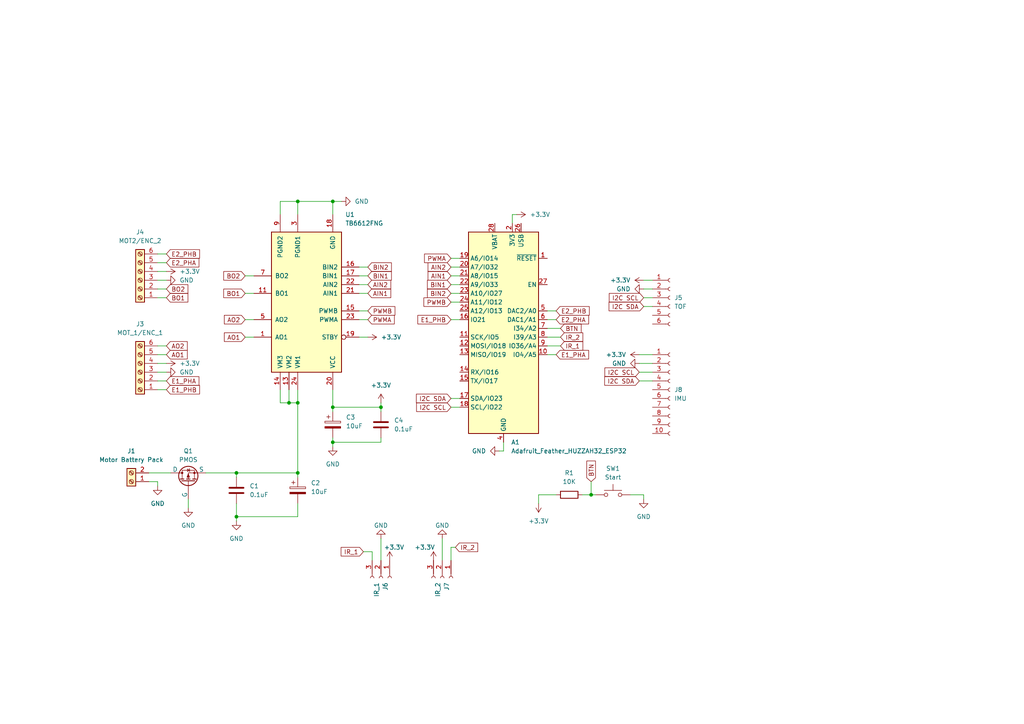
<source format=kicad_sch>
(kicad_sch (version 20230121) (generator eeschema)

  (uuid 2f5422af-6937-496c-8d34-480d197513da)

  (paper "A4")

  (title_block
    (title "Micro Mouse: Santana, West")
    (date "2023-11-02")
  )

  (lib_symbols
    (symbol "Connector:Conn_01x03_Socket" (pin_names (offset 1.016) hide) (in_bom yes) (on_board yes)
      (property "Reference" "J" (at 0 5.08 0)
        (effects (font (size 1.27 1.27)))
      )
      (property "Value" "Conn_01x03_Socket" (at 0 -5.08 0)
        (effects (font (size 1.27 1.27)))
      )
      (property "Footprint" "" (at 0 0 0)
        (effects (font (size 1.27 1.27)) hide)
      )
      (property "Datasheet" "~" (at 0 0 0)
        (effects (font (size 1.27 1.27)) hide)
      )
      (property "ki_locked" "" (at 0 0 0)
        (effects (font (size 1.27 1.27)))
      )
      (property "ki_keywords" "connector" (at 0 0 0)
        (effects (font (size 1.27 1.27)) hide)
      )
      (property "ki_description" "Generic connector, single row, 01x03, script generated" (at 0 0 0)
        (effects (font (size 1.27 1.27)) hide)
      )
      (property "ki_fp_filters" "Connector*:*_1x??_*" (at 0 0 0)
        (effects (font (size 1.27 1.27)) hide)
      )
      (symbol "Conn_01x03_Socket_1_1"
        (arc (start 0 -2.032) (mid -0.5058 -2.54) (end 0 -3.048)
          (stroke (width 0.1524) (type default))
          (fill (type none))
        )
        (polyline
          (pts
            (xy -1.27 -2.54)
            (xy -0.508 -2.54)
          )
          (stroke (width 0.1524) (type default))
          (fill (type none))
        )
        (polyline
          (pts
            (xy -1.27 0)
            (xy -0.508 0)
          )
          (stroke (width 0.1524) (type default))
          (fill (type none))
        )
        (polyline
          (pts
            (xy -1.27 2.54)
            (xy -0.508 2.54)
          )
          (stroke (width 0.1524) (type default))
          (fill (type none))
        )
        (arc (start 0 0.508) (mid -0.5058 0) (end 0 -0.508)
          (stroke (width 0.1524) (type default))
          (fill (type none))
        )
        (arc (start 0 3.048) (mid -0.5058 2.54) (end 0 2.032)
          (stroke (width 0.1524) (type default))
          (fill (type none))
        )
        (pin passive line (at -5.08 2.54 0) (length 3.81)
          (name "Pin_1" (effects (font (size 1.27 1.27))))
          (number "1" (effects (font (size 1.27 1.27))))
        )
        (pin passive line (at -5.08 0 0) (length 3.81)
          (name "Pin_2" (effects (font (size 1.27 1.27))))
          (number "2" (effects (font (size 1.27 1.27))))
        )
        (pin passive line (at -5.08 -2.54 0) (length 3.81)
          (name "Pin_3" (effects (font (size 1.27 1.27))))
          (number "3" (effects (font (size 1.27 1.27))))
        )
      )
    )
    (symbol "Connector:Conn_01x06_Socket" (pin_names (offset 1.016) hide) (in_bom yes) (on_board yes)
      (property "Reference" "J" (at 0 7.62 0)
        (effects (font (size 1.27 1.27)))
      )
      (property "Value" "Conn_01x06_Socket" (at 0 -10.16 0)
        (effects (font (size 1.27 1.27)))
      )
      (property "Footprint" "" (at 0 0 0)
        (effects (font (size 1.27 1.27)) hide)
      )
      (property "Datasheet" "~" (at 0 0 0)
        (effects (font (size 1.27 1.27)) hide)
      )
      (property "ki_locked" "" (at 0 0 0)
        (effects (font (size 1.27 1.27)))
      )
      (property "ki_keywords" "connector" (at 0 0 0)
        (effects (font (size 1.27 1.27)) hide)
      )
      (property "ki_description" "Generic connector, single row, 01x06, script generated" (at 0 0 0)
        (effects (font (size 1.27 1.27)) hide)
      )
      (property "ki_fp_filters" "Connector*:*_1x??_*" (at 0 0 0)
        (effects (font (size 1.27 1.27)) hide)
      )
      (symbol "Conn_01x06_Socket_1_1"
        (arc (start 0 -7.112) (mid -0.5058 -7.62) (end 0 -8.128)
          (stroke (width 0.1524) (type default))
          (fill (type none))
        )
        (arc (start 0 -4.572) (mid -0.5058 -5.08) (end 0 -5.588)
          (stroke (width 0.1524) (type default))
          (fill (type none))
        )
        (arc (start 0 -2.032) (mid -0.5058 -2.54) (end 0 -3.048)
          (stroke (width 0.1524) (type default))
          (fill (type none))
        )
        (polyline
          (pts
            (xy -1.27 -7.62)
            (xy -0.508 -7.62)
          )
          (stroke (width 0.1524) (type default))
          (fill (type none))
        )
        (polyline
          (pts
            (xy -1.27 -5.08)
            (xy -0.508 -5.08)
          )
          (stroke (width 0.1524) (type default))
          (fill (type none))
        )
        (polyline
          (pts
            (xy -1.27 -2.54)
            (xy -0.508 -2.54)
          )
          (stroke (width 0.1524) (type default))
          (fill (type none))
        )
        (polyline
          (pts
            (xy -1.27 0)
            (xy -0.508 0)
          )
          (stroke (width 0.1524) (type default))
          (fill (type none))
        )
        (polyline
          (pts
            (xy -1.27 2.54)
            (xy -0.508 2.54)
          )
          (stroke (width 0.1524) (type default))
          (fill (type none))
        )
        (polyline
          (pts
            (xy -1.27 5.08)
            (xy -0.508 5.08)
          )
          (stroke (width 0.1524) (type default))
          (fill (type none))
        )
        (arc (start 0 0.508) (mid -0.5058 0) (end 0 -0.508)
          (stroke (width 0.1524) (type default))
          (fill (type none))
        )
        (arc (start 0 3.048) (mid -0.5058 2.54) (end 0 2.032)
          (stroke (width 0.1524) (type default))
          (fill (type none))
        )
        (arc (start 0 5.588) (mid -0.5058 5.08) (end 0 4.572)
          (stroke (width 0.1524) (type default))
          (fill (type none))
        )
        (pin passive line (at -5.08 5.08 0) (length 3.81)
          (name "Pin_1" (effects (font (size 1.27 1.27))))
          (number "1" (effects (font (size 1.27 1.27))))
        )
        (pin passive line (at -5.08 2.54 0) (length 3.81)
          (name "Pin_2" (effects (font (size 1.27 1.27))))
          (number "2" (effects (font (size 1.27 1.27))))
        )
        (pin passive line (at -5.08 0 0) (length 3.81)
          (name "Pin_3" (effects (font (size 1.27 1.27))))
          (number "3" (effects (font (size 1.27 1.27))))
        )
        (pin passive line (at -5.08 -2.54 0) (length 3.81)
          (name "Pin_4" (effects (font (size 1.27 1.27))))
          (number "4" (effects (font (size 1.27 1.27))))
        )
        (pin passive line (at -5.08 -5.08 0) (length 3.81)
          (name "Pin_5" (effects (font (size 1.27 1.27))))
          (number "5" (effects (font (size 1.27 1.27))))
        )
        (pin passive line (at -5.08 -7.62 0) (length 3.81)
          (name "Pin_6" (effects (font (size 1.27 1.27))))
          (number "6" (effects (font (size 1.27 1.27))))
        )
      )
    )
    (symbol "Connector:Conn_01x10_Socket" (pin_names (offset 1.016) hide) (in_bom yes) (on_board yes)
      (property "Reference" "J" (at 0 12.7 0)
        (effects (font (size 1.27 1.27)))
      )
      (property "Value" "Conn_01x10_Socket" (at 0 -15.24 0)
        (effects (font (size 1.27 1.27)))
      )
      (property "Footprint" "" (at 0 0 0)
        (effects (font (size 1.27 1.27)) hide)
      )
      (property "Datasheet" "~" (at 0 0 0)
        (effects (font (size 1.27 1.27)) hide)
      )
      (property "ki_locked" "" (at 0 0 0)
        (effects (font (size 1.27 1.27)))
      )
      (property "ki_keywords" "connector" (at 0 0 0)
        (effects (font (size 1.27 1.27)) hide)
      )
      (property "ki_description" "Generic connector, single row, 01x10, script generated" (at 0 0 0)
        (effects (font (size 1.27 1.27)) hide)
      )
      (property "ki_fp_filters" "Connector*:*_1x??_*" (at 0 0 0)
        (effects (font (size 1.27 1.27)) hide)
      )
      (symbol "Conn_01x10_Socket_1_1"
        (arc (start 0 -12.192) (mid -0.5058 -12.7) (end 0 -13.208)
          (stroke (width 0.1524) (type default))
          (fill (type none))
        )
        (arc (start 0 -9.652) (mid -0.5058 -10.16) (end 0 -10.668)
          (stroke (width 0.1524) (type default))
          (fill (type none))
        )
        (arc (start 0 -7.112) (mid -0.5058 -7.62) (end 0 -8.128)
          (stroke (width 0.1524) (type default))
          (fill (type none))
        )
        (arc (start 0 -4.572) (mid -0.5058 -5.08) (end 0 -5.588)
          (stroke (width 0.1524) (type default))
          (fill (type none))
        )
        (arc (start 0 -2.032) (mid -0.5058 -2.54) (end 0 -3.048)
          (stroke (width 0.1524) (type default))
          (fill (type none))
        )
        (polyline
          (pts
            (xy -1.27 -12.7)
            (xy -0.508 -12.7)
          )
          (stroke (width 0.1524) (type default))
          (fill (type none))
        )
        (polyline
          (pts
            (xy -1.27 -10.16)
            (xy -0.508 -10.16)
          )
          (stroke (width 0.1524) (type default))
          (fill (type none))
        )
        (polyline
          (pts
            (xy -1.27 -7.62)
            (xy -0.508 -7.62)
          )
          (stroke (width 0.1524) (type default))
          (fill (type none))
        )
        (polyline
          (pts
            (xy -1.27 -5.08)
            (xy -0.508 -5.08)
          )
          (stroke (width 0.1524) (type default))
          (fill (type none))
        )
        (polyline
          (pts
            (xy -1.27 -2.54)
            (xy -0.508 -2.54)
          )
          (stroke (width 0.1524) (type default))
          (fill (type none))
        )
        (polyline
          (pts
            (xy -1.27 0)
            (xy -0.508 0)
          )
          (stroke (width 0.1524) (type default))
          (fill (type none))
        )
        (polyline
          (pts
            (xy -1.27 2.54)
            (xy -0.508 2.54)
          )
          (stroke (width 0.1524) (type default))
          (fill (type none))
        )
        (polyline
          (pts
            (xy -1.27 5.08)
            (xy -0.508 5.08)
          )
          (stroke (width 0.1524) (type default))
          (fill (type none))
        )
        (polyline
          (pts
            (xy -1.27 7.62)
            (xy -0.508 7.62)
          )
          (stroke (width 0.1524) (type default))
          (fill (type none))
        )
        (polyline
          (pts
            (xy -1.27 10.16)
            (xy -0.508 10.16)
          )
          (stroke (width 0.1524) (type default))
          (fill (type none))
        )
        (arc (start 0 0.508) (mid -0.5058 0) (end 0 -0.508)
          (stroke (width 0.1524) (type default))
          (fill (type none))
        )
        (arc (start 0 3.048) (mid -0.5058 2.54) (end 0 2.032)
          (stroke (width 0.1524) (type default))
          (fill (type none))
        )
        (arc (start 0 5.588) (mid -0.5058 5.08) (end 0 4.572)
          (stroke (width 0.1524) (type default))
          (fill (type none))
        )
        (arc (start 0 8.128) (mid -0.5058 7.62) (end 0 7.112)
          (stroke (width 0.1524) (type default))
          (fill (type none))
        )
        (arc (start 0 10.668) (mid -0.5058 10.16) (end 0 9.652)
          (stroke (width 0.1524) (type default))
          (fill (type none))
        )
        (pin passive line (at -5.08 10.16 0) (length 3.81)
          (name "Pin_1" (effects (font (size 1.27 1.27))))
          (number "1" (effects (font (size 1.27 1.27))))
        )
        (pin passive line (at -5.08 -12.7 0) (length 3.81)
          (name "Pin_10" (effects (font (size 1.27 1.27))))
          (number "10" (effects (font (size 1.27 1.27))))
        )
        (pin passive line (at -5.08 7.62 0) (length 3.81)
          (name "Pin_2" (effects (font (size 1.27 1.27))))
          (number "2" (effects (font (size 1.27 1.27))))
        )
        (pin passive line (at -5.08 5.08 0) (length 3.81)
          (name "Pin_3" (effects (font (size 1.27 1.27))))
          (number "3" (effects (font (size 1.27 1.27))))
        )
        (pin passive line (at -5.08 2.54 0) (length 3.81)
          (name "Pin_4" (effects (font (size 1.27 1.27))))
          (number "4" (effects (font (size 1.27 1.27))))
        )
        (pin passive line (at -5.08 0 0) (length 3.81)
          (name "Pin_5" (effects (font (size 1.27 1.27))))
          (number "5" (effects (font (size 1.27 1.27))))
        )
        (pin passive line (at -5.08 -2.54 0) (length 3.81)
          (name "Pin_6" (effects (font (size 1.27 1.27))))
          (number "6" (effects (font (size 1.27 1.27))))
        )
        (pin passive line (at -5.08 -5.08 0) (length 3.81)
          (name "Pin_7" (effects (font (size 1.27 1.27))))
          (number "7" (effects (font (size 1.27 1.27))))
        )
        (pin passive line (at -5.08 -7.62 0) (length 3.81)
          (name "Pin_8" (effects (font (size 1.27 1.27))))
          (number "8" (effects (font (size 1.27 1.27))))
        )
        (pin passive line (at -5.08 -10.16 0) (length 3.81)
          (name "Pin_9" (effects (font (size 1.27 1.27))))
          (number "9" (effects (font (size 1.27 1.27))))
        )
      )
    )
    (symbol "Connector:Screw_Terminal_01x02" (pin_names (offset 1.016) hide) (in_bom yes) (on_board yes)
      (property "Reference" "J" (at 0 2.54 0)
        (effects (font (size 1.27 1.27)))
      )
      (property "Value" "Screw_Terminal_01x02" (at 0 -5.08 0)
        (effects (font (size 1.27 1.27)))
      )
      (property "Footprint" "" (at 0 0 0)
        (effects (font (size 1.27 1.27)) hide)
      )
      (property "Datasheet" "~" (at 0 0 0)
        (effects (font (size 1.27 1.27)) hide)
      )
      (property "ki_keywords" "screw terminal" (at 0 0 0)
        (effects (font (size 1.27 1.27)) hide)
      )
      (property "ki_description" "Generic screw terminal, single row, 01x02, script generated (kicad-library-utils/schlib/autogen/connector/)" (at 0 0 0)
        (effects (font (size 1.27 1.27)) hide)
      )
      (property "ki_fp_filters" "TerminalBlock*:*" (at 0 0 0)
        (effects (font (size 1.27 1.27)) hide)
      )
      (symbol "Screw_Terminal_01x02_1_1"
        (rectangle (start -1.27 1.27) (end 1.27 -3.81)
          (stroke (width 0.254) (type default))
          (fill (type background))
        )
        (circle (center 0 -2.54) (radius 0.635)
          (stroke (width 0.1524) (type default))
          (fill (type none))
        )
        (polyline
          (pts
            (xy -0.5334 -2.2098)
            (xy 0.3302 -3.048)
          )
          (stroke (width 0.1524) (type default))
          (fill (type none))
        )
        (polyline
          (pts
            (xy -0.5334 0.3302)
            (xy 0.3302 -0.508)
          )
          (stroke (width 0.1524) (type default))
          (fill (type none))
        )
        (polyline
          (pts
            (xy -0.3556 -2.032)
            (xy 0.508 -2.8702)
          )
          (stroke (width 0.1524) (type default))
          (fill (type none))
        )
        (polyline
          (pts
            (xy -0.3556 0.508)
            (xy 0.508 -0.3302)
          )
          (stroke (width 0.1524) (type default))
          (fill (type none))
        )
        (circle (center 0 0) (radius 0.635)
          (stroke (width 0.1524) (type default))
          (fill (type none))
        )
        (pin passive line (at -5.08 0 0) (length 3.81)
          (name "Pin_1" (effects (font (size 1.27 1.27))))
          (number "1" (effects (font (size 1.27 1.27))))
        )
        (pin passive line (at -5.08 -2.54 0) (length 3.81)
          (name "Pin_2" (effects (font (size 1.27 1.27))))
          (number "2" (effects (font (size 1.27 1.27))))
        )
      )
    )
    (symbol "Connector:Screw_Terminal_01x06" (pin_names (offset 1.016) hide) (in_bom yes) (on_board yes)
      (property "Reference" "J" (at 0 7.62 0)
        (effects (font (size 1.27 1.27)))
      )
      (property "Value" "Screw_Terminal_01x06" (at 0 -10.16 0)
        (effects (font (size 1.27 1.27)))
      )
      (property "Footprint" "" (at 0 0 0)
        (effects (font (size 1.27 1.27)) hide)
      )
      (property "Datasheet" "~" (at 0 0 0)
        (effects (font (size 1.27 1.27)) hide)
      )
      (property "ki_keywords" "screw terminal" (at 0 0 0)
        (effects (font (size 1.27 1.27)) hide)
      )
      (property "ki_description" "Generic screw terminal, single row, 01x06, script generated (kicad-library-utils/schlib/autogen/connector/)" (at 0 0 0)
        (effects (font (size 1.27 1.27)) hide)
      )
      (property "ki_fp_filters" "TerminalBlock*:*" (at 0 0 0)
        (effects (font (size 1.27 1.27)) hide)
      )
      (symbol "Screw_Terminal_01x06_1_1"
        (rectangle (start -1.27 6.35) (end 1.27 -8.89)
          (stroke (width 0.254) (type default))
          (fill (type background))
        )
        (circle (center 0 -7.62) (radius 0.635)
          (stroke (width 0.1524) (type default))
          (fill (type none))
        )
        (circle (center 0 -5.08) (radius 0.635)
          (stroke (width 0.1524) (type default))
          (fill (type none))
        )
        (circle (center 0 -2.54) (radius 0.635)
          (stroke (width 0.1524) (type default))
          (fill (type none))
        )
        (polyline
          (pts
            (xy -0.5334 -7.2898)
            (xy 0.3302 -8.128)
          )
          (stroke (width 0.1524) (type default))
          (fill (type none))
        )
        (polyline
          (pts
            (xy -0.5334 -4.7498)
            (xy 0.3302 -5.588)
          )
          (stroke (width 0.1524) (type default))
          (fill (type none))
        )
        (polyline
          (pts
            (xy -0.5334 -2.2098)
            (xy 0.3302 -3.048)
          )
          (stroke (width 0.1524) (type default))
          (fill (type none))
        )
        (polyline
          (pts
            (xy -0.5334 0.3302)
            (xy 0.3302 -0.508)
          )
          (stroke (width 0.1524) (type default))
          (fill (type none))
        )
        (polyline
          (pts
            (xy -0.5334 2.8702)
            (xy 0.3302 2.032)
          )
          (stroke (width 0.1524) (type default))
          (fill (type none))
        )
        (polyline
          (pts
            (xy -0.5334 5.4102)
            (xy 0.3302 4.572)
          )
          (stroke (width 0.1524) (type default))
          (fill (type none))
        )
        (polyline
          (pts
            (xy -0.3556 -7.112)
            (xy 0.508 -7.9502)
          )
          (stroke (width 0.1524) (type default))
          (fill (type none))
        )
        (polyline
          (pts
            (xy -0.3556 -4.572)
            (xy 0.508 -5.4102)
          )
          (stroke (width 0.1524) (type default))
          (fill (type none))
        )
        (polyline
          (pts
            (xy -0.3556 -2.032)
            (xy 0.508 -2.8702)
          )
          (stroke (width 0.1524) (type default))
          (fill (type none))
        )
        (polyline
          (pts
            (xy -0.3556 0.508)
            (xy 0.508 -0.3302)
          )
          (stroke (width 0.1524) (type default))
          (fill (type none))
        )
        (polyline
          (pts
            (xy -0.3556 3.048)
            (xy 0.508 2.2098)
          )
          (stroke (width 0.1524) (type default))
          (fill (type none))
        )
        (polyline
          (pts
            (xy -0.3556 5.588)
            (xy 0.508 4.7498)
          )
          (stroke (width 0.1524) (type default))
          (fill (type none))
        )
        (circle (center 0 0) (radius 0.635)
          (stroke (width 0.1524) (type default))
          (fill (type none))
        )
        (circle (center 0 2.54) (radius 0.635)
          (stroke (width 0.1524) (type default))
          (fill (type none))
        )
        (circle (center 0 5.08) (radius 0.635)
          (stroke (width 0.1524) (type default))
          (fill (type none))
        )
        (pin passive line (at -5.08 5.08 0) (length 3.81)
          (name "Pin_1" (effects (font (size 1.27 1.27))))
          (number "1" (effects (font (size 1.27 1.27))))
        )
        (pin passive line (at -5.08 2.54 0) (length 3.81)
          (name "Pin_2" (effects (font (size 1.27 1.27))))
          (number "2" (effects (font (size 1.27 1.27))))
        )
        (pin passive line (at -5.08 0 0) (length 3.81)
          (name "Pin_3" (effects (font (size 1.27 1.27))))
          (number "3" (effects (font (size 1.27 1.27))))
        )
        (pin passive line (at -5.08 -2.54 0) (length 3.81)
          (name "Pin_4" (effects (font (size 1.27 1.27))))
          (number "4" (effects (font (size 1.27 1.27))))
        )
        (pin passive line (at -5.08 -5.08 0) (length 3.81)
          (name "Pin_5" (effects (font (size 1.27 1.27))))
          (number "5" (effects (font (size 1.27 1.27))))
        )
        (pin passive line (at -5.08 -7.62 0) (length 3.81)
          (name "Pin_6" (effects (font (size 1.27 1.27))))
          (number "6" (effects (font (size 1.27 1.27))))
        )
      )
    )
    (symbol "Device:C" (pin_numbers hide) (pin_names (offset 0.254)) (in_bom yes) (on_board yes)
      (property "Reference" "C" (at 0.635 2.54 0)
        (effects (font (size 1.27 1.27)) (justify left))
      )
      (property "Value" "C" (at 0.635 -2.54 0)
        (effects (font (size 1.27 1.27)) (justify left))
      )
      (property "Footprint" "" (at 0.9652 -3.81 0)
        (effects (font (size 1.27 1.27)) hide)
      )
      (property "Datasheet" "~" (at 0 0 0)
        (effects (font (size 1.27 1.27)) hide)
      )
      (property "ki_keywords" "cap capacitor" (at 0 0 0)
        (effects (font (size 1.27 1.27)) hide)
      )
      (property "ki_description" "Unpolarized capacitor" (at 0 0 0)
        (effects (font (size 1.27 1.27)) hide)
      )
      (property "ki_fp_filters" "C_*" (at 0 0 0)
        (effects (font (size 1.27 1.27)) hide)
      )
      (symbol "C_0_1"
        (polyline
          (pts
            (xy -2.032 -0.762)
            (xy 2.032 -0.762)
          )
          (stroke (width 0.508) (type default))
          (fill (type none))
        )
        (polyline
          (pts
            (xy -2.032 0.762)
            (xy 2.032 0.762)
          )
          (stroke (width 0.508) (type default))
          (fill (type none))
        )
      )
      (symbol "C_1_1"
        (pin passive line (at 0 3.81 270) (length 2.794)
          (name "~" (effects (font (size 1.27 1.27))))
          (number "1" (effects (font (size 1.27 1.27))))
        )
        (pin passive line (at 0 -3.81 90) (length 2.794)
          (name "~" (effects (font (size 1.27 1.27))))
          (number "2" (effects (font (size 1.27 1.27))))
        )
      )
    )
    (symbol "Device:C_Polarized" (pin_numbers hide) (pin_names (offset 0.254)) (in_bom yes) (on_board yes)
      (property "Reference" "C" (at 0.635 2.54 0)
        (effects (font (size 1.27 1.27)) (justify left))
      )
      (property "Value" "C_Polarized" (at 0.635 -2.54 0)
        (effects (font (size 1.27 1.27)) (justify left))
      )
      (property "Footprint" "" (at 0.9652 -3.81 0)
        (effects (font (size 1.27 1.27)) hide)
      )
      (property "Datasheet" "~" (at 0 0 0)
        (effects (font (size 1.27 1.27)) hide)
      )
      (property "ki_keywords" "cap capacitor" (at 0 0 0)
        (effects (font (size 1.27 1.27)) hide)
      )
      (property "ki_description" "Polarized capacitor" (at 0 0 0)
        (effects (font (size 1.27 1.27)) hide)
      )
      (property "ki_fp_filters" "CP_*" (at 0 0 0)
        (effects (font (size 1.27 1.27)) hide)
      )
      (symbol "C_Polarized_0_1"
        (rectangle (start -2.286 0.508) (end 2.286 1.016)
          (stroke (width 0) (type default))
          (fill (type none))
        )
        (polyline
          (pts
            (xy -1.778 2.286)
            (xy -0.762 2.286)
          )
          (stroke (width 0) (type default))
          (fill (type none))
        )
        (polyline
          (pts
            (xy -1.27 2.794)
            (xy -1.27 1.778)
          )
          (stroke (width 0) (type default))
          (fill (type none))
        )
        (rectangle (start 2.286 -0.508) (end -2.286 -1.016)
          (stroke (width 0) (type default))
          (fill (type outline))
        )
      )
      (symbol "C_Polarized_1_1"
        (pin passive line (at 0 3.81 270) (length 2.794)
          (name "~" (effects (font (size 1.27 1.27))))
          (number "1" (effects (font (size 1.27 1.27))))
        )
        (pin passive line (at 0 -3.81 90) (length 2.794)
          (name "~" (effects (font (size 1.27 1.27))))
          (number "2" (effects (font (size 1.27 1.27))))
        )
      )
    )
    (symbol "Device:R" (pin_numbers hide) (pin_names (offset 0)) (in_bom yes) (on_board yes)
      (property "Reference" "R" (at 2.032 0 90)
        (effects (font (size 1.27 1.27)))
      )
      (property "Value" "R" (at 0 0 90)
        (effects (font (size 1.27 1.27)))
      )
      (property "Footprint" "" (at -1.778 0 90)
        (effects (font (size 1.27 1.27)) hide)
      )
      (property "Datasheet" "~" (at 0 0 0)
        (effects (font (size 1.27 1.27)) hide)
      )
      (property "ki_keywords" "R res resistor" (at 0 0 0)
        (effects (font (size 1.27 1.27)) hide)
      )
      (property "ki_description" "Resistor" (at 0 0 0)
        (effects (font (size 1.27 1.27)) hide)
      )
      (property "ki_fp_filters" "R_*" (at 0 0 0)
        (effects (font (size 1.27 1.27)) hide)
      )
      (symbol "R_0_1"
        (rectangle (start -1.016 -2.54) (end 1.016 2.54)
          (stroke (width 0.254) (type default))
          (fill (type none))
        )
      )
      (symbol "R_1_1"
        (pin passive line (at 0 3.81 270) (length 1.27)
          (name "~" (effects (font (size 1.27 1.27))))
          (number "1" (effects (font (size 1.27 1.27))))
        )
        (pin passive line (at 0 -3.81 90) (length 1.27)
          (name "~" (effects (font (size 1.27 1.27))))
          (number "2" (effects (font (size 1.27 1.27))))
        )
      )
    )
    (symbol "Driver_Motor:TB6612FNG" (pin_names (offset 1.016)) (in_bom yes) (on_board yes)
      (property "Reference" "U" (at 11.43 17.78 0)
        (effects (font (size 1.27 1.27)) (justify left))
      )
      (property "Value" "TB6612FNG" (at 11.43 15.24 0)
        (effects (font (size 1.27 1.27)) (justify left))
      )
      (property "Footprint" "Package_SO:SSOP-24_5.3x8.2mm_P0.65mm" (at 33.02 -22.86 0)
        (effects (font (size 1.27 1.27)) hide)
      )
      (property "Datasheet" "https://toshiba.semicon-storage.com/us/product/linear/motordriver/detail.TB6612FNG.html" (at 11.43 15.24 0)
        (effects (font (size 1.27 1.27)) hide)
      )
      (property "ki_keywords" "H-bridge motor driver" (at 0 0 0)
        (effects (font (size 1.27 1.27)) hide)
      )
      (property "ki_description" "Driver IC for Dual DC motor, SSOP-24" (at 0 0 0)
        (effects (font (size 1.27 1.27)) hide)
      )
      (property "ki_fp_filters" "SSOP-24*5.3x8.2mm*P0.65mm*" (at 0 0 0)
        (effects (font (size 1.27 1.27)) hide)
      )
      (symbol "TB6612FNG_0_1"
        (rectangle (start -10.16 20.32) (end 10.16 -20.32)
          (stroke (width 0.254) (type default))
          (fill (type background))
        )
      )
      (symbol "TB6612FNG_1_1"
        (pin output line (at 15.24 10.16 180) (length 5.08)
          (name "AO1" (effects (font (size 1.27 1.27))))
          (number "1" (effects (font (size 1.27 1.27))))
        )
        (pin passive line (at 7.62 -25.4 90) (length 5.08) hide
          (name "PGND2" (effects (font (size 1.27 1.27))))
          (number "10" (effects (font (size 1.27 1.27))))
        )
        (pin output line (at 15.24 -2.54 180) (length 5.08)
          (name "BO1" (effects (font (size 1.27 1.27))))
          (number "11" (effects (font (size 1.27 1.27))))
        )
        (pin passive line (at 15.24 -2.54 180) (length 5.08) hide
          (name "BO1" (effects (font (size 1.27 1.27))))
          (number "12" (effects (font (size 1.27 1.27))))
        )
        (pin power_in line (at 5.08 25.4 270) (length 5.08)
          (name "VM2" (effects (font (size 1.27 1.27))))
          (number "13" (effects (font (size 1.27 1.27))))
        )
        (pin power_in line (at 7.62 25.4 270) (length 5.08)
          (name "VM3" (effects (font (size 1.27 1.27))))
          (number "14" (effects (font (size 1.27 1.27))))
        )
        (pin input line (at -15.24 2.54 0) (length 5.08)
          (name "PWMB" (effects (font (size 1.27 1.27))))
          (number "15" (effects (font (size 1.27 1.27))))
        )
        (pin input line (at -15.24 -10.16 0) (length 5.08)
          (name "BIN2" (effects (font (size 1.27 1.27))))
          (number "16" (effects (font (size 1.27 1.27))))
        )
        (pin input line (at -15.24 -7.62 0) (length 5.08)
          (name "BIN1" (effects (font (size 1.27 1.27))))
          (number "17" (effects (font (size 1.27 1.27))))
        )
        (pin power_in line (at -7.62 -25.4 90) (length 5.08)
          (name "GND" (effects (font (size 1.27 1.27))))
          (number "18" (effects (font (size 1.27 1.27))))
        )
        (pin input inverted (at -15.24 10.16 0) (length 5.08)
          (name "STBY" (effects (font (size 1.27 1.27))))
          (number "19" (effects (font (size 1.27 1.27))))
        )
        (pin passive line (at 15.24 10.16 180) (length 5.08) hide
          (name "AO1" (effects (font (size 1.27 1.27))))
          (number "2" (effects (font (size 1.27 1.27))))
        )
        (pin power_in line (at -7.62 25.4 270) (length 5.08)
          (name "VCC" (effects (font (size 1.27 1.27))))
          (number "20" (effects (font (size 1.27 1.27))))
        )
        (pin input line (at -15.24 -2.54 0) (length 5.08)
          (name "AIN1" (effects (font (size 1.27 1.27))))
          (number "21" (effects (font (size 1.27 1.27))))
        )
        (pin input line (at -15.24 -5.08 0) (length 5.08)
          (name "AIN2" (effects (font (size 1.27 1.27))))
          (number "22" (effects (font (size 1.27 1.27))))
        )
        (pin input line (at -15.24 5.08 0) (length 5.08)
          (name "PWMA" (effects (font (size 1.27 1.27))))
          (number "23" (effects (font (size 1.27 1.27))))
        )
        (pin power_in line (at 2.54 25.4 270) (length 5.08)
          (name "VM1" (effects (font (size 1.27 1.27))))
          (number "24" (effects (font (size 1.27 1.27))))
        )
        (pin power_in line (at 2.54 -25.4 90) (length 5.08)
          (name "PGND1" (effects (font (size 1.27 1.27))))
          (number "3" (effects (font (size 1.27 1.27))))
        )
        (pin passive line (at 2.54 -25.4 90) (length 5.08) hide
          (name "PGND1" (effects (font (size 1.27 1.27))))
          (number "4" (effects (font (size 1.27 1.27))))
        )
        (pin output line (at 15.24 5.08 180) (length 5.08)
          (name "AO2" (effects (font (size 1.27 1.27))))
          (number "5" (effects (font (size 1.27 1.27))))
        )
        (pin passive line (at 15.24 5.08 180) (length 5.08) hide
          (name "AO2" (effects (font (size 1.27 1.27))))
          (number "6" (effects (font (size 1.27 1.27))))
        )
        (pin output line (at 15.24 -7.62 180) (length 5.08)
          (name "BO2" (effects (font (size 1.27 1.27))))
          (number "7" (effects (font (size 1.27 1.27))))
        )
        (pin passive line (at 15.24 -7.62 180) (length 5.08) hide
          (name "BO2" (effects (font (size 1.27 1.27))))
          (number "8" (effects (font (size 1.27 1.27))))
        )
        (pin power_in line (at 7.62 -25.4 90) (length 5.08)
          (name "PGND2" (effects (font (size 1.27 1.27))))
          (number "9" (effects (font (size 1.27 1.27))))
        )
      )
    )
    (symbol "MCU_Module:Adafruit_Feather_HUZZAH32_ESP32" (in_bom yes) (on_board yes)
      (property "Reference" "A" (at -10.16 29.21 0)
        (effects (font (size 1.27 1.27)) (justify left))
      )
      (property "Value" "Adafruit_Feather_HUZZAH32_ESP32" (at 2.54 -31.75 0)
        (effects (font (size 1.27 1.27)) (justify left))
      )
      (property "Footprint" "Module:Adafruit_Feather" (at 2.54 -34.29 0)
        (effects (font (size 1.27 1.27)) (justify left) hide)
      )
      (property "Datasheet" "https://cdn-learn.adafruit.com/downloads/pdf/adafruit-huzzah32-esp32-feather.pdf" (at 0 -30.48 0)
        (effects (font (size 1.27 1.27)) hide)
      )
      (property "ki_keywords" "Adafruit feather microcontroller module USB" (at 0 0 0)
        (effects (font (size 1.27 1.27)) hide)
      )
      (property "ki_description" "Microcontroller module with ESP32 MCU" (at 0 0 0)
        (effects (font (size 1.27 1.27)) hide)
      )
      (property "ki_fp_filters" "Adafruit*Feather*" (at 0 0 0)
        (effects (font (size 1.27 1.27)) hide)
      )
      (symbol "Adafruit_Feather_HUZZAH32_ESP32_0_1"
        (rectangle (start -10.16 27.94) (end 10.16 -30.48)
          (stroke (width 0.254) (type default))
          (fill (type background))
        )
      )
      (symbol "Adafruit_Feather_HUZZAH32_ESP32_1_1"
        (pin input line (at 12.7 20.32 180) (length 2.54)
          (name "~{RESET}" (effects (font (size 1.27 1.27))))
          (number "1" (effects (font (size 1.27 1.27))))
        )
        (pin bidirectional line (at 12.7 -7.62 180) (length 2.54)
          (name "IO4/A5" (effects (font (size 1.27 1.27))))
          (number "10" (effects (font (size 1.27 1.27))))
        )
        (pin bidirectional line (at -12.7 -2.54 0) (length 2.54)
          (name "SCK/IO5" (effects (font (size 1.27 1.27))))
          (number "11" (effects (font (size 1.27 1.27))))
        )
        (pin bidirectional line (at -12.7 -5.08 0) (length 2.54)
          (name "MOSI/IO18" (effects (font (size 1.27 1.27))))
          (number "12" (effects (font (size 1.27 1.27))))
        )
        (pin bidirectional line (at -12.7 -7.62 0) (length 2.54)
          (name "MISO/IO19" (effects (font (size 1.27 1.27))))
          (number "13" (effects (font (size 1.27 1.27))))
        )
        (pin bidirectional line (at -12.7 -12.7 0) (length 2.54)
          (name "RX/IO16" (effects (font (size 1.27 1.27))))
          (number "14" (effects (font (size 1.27 1.27))))
        )
        (pin bidirectional line (at -12.7 -15.24 0) (length 2.54)
          (name "TX/IO17" (effects (font (size 1.27 1.27))))
          (number "15" (effects (font (size 1.27 1.27))))
        )
        (pin bidirectional line (at -12.7 2.54 0) (length 2.54)
          (name "IO21" (effects (font (size 1.27 1.27))))
          (number "16" (effects (font (size 1.27 1.27))))
        )
        (pin bidirectional line (at -12.7 -20.32 0) (length 2.54)
          (name "SDA/IO23" (effects (font (size 1.27 1.27))))
          (number "17" (effects (font (size 1.27 1.27))))
        )
        (pin bidirectional line (at -12.7 -22.86 0) (length 2.54)
          (name "SCL/IO22" (effects (font (size 1.27 1.27))))
          (number "18" (effects (font (size 1.27 1.27))))
        )
        (pin bidirectional line (at -12.7 20.32 0) (length 2.54)
          (name "A6/IO14" (effects (font (size 1.27 1.27))))
          (number "19" (effects (font (size 1.27 1.27))))
        )
        (pin power_in line (at 2.54 30.48 270) (length 2.54)
          (name "3V3" (effects (font (size 1.27 1.27))))
          (number "2" (effects (font (size 1.27 1.27))))
        )
        (pin bidirectional line (at -12.7 17.78 0) (length 2.54)
          (name "A7/IO32" (effects (font (size 1.27 1.27))))
          (number "20" (effects (font (size 1.27 1.27))))
        )
        (pin bidirectional line (at -12.7 15.24 0) (length 2.54)
          (name "A8/IO15" (effects (font (size 1.27 1.27))))
          (number "21" (effects (font (size 1.27 1.27))))
        )
        (pin bidirectional line (at -12.7 12.7 0) (length 2.54)
          (name "A9/IO33" (effects (font (size 1.27 1.27))))
          (number "22" (effects (font (size 1.27 1.27))))
        )
        (pin bidirectional line (at -12.7 10.16 0) (length 2.54)
          (name "A10/IO27" (effects (font (size 1.27 1.27))))
          (number "23" (effects (font (size 1.27 1.27))))
        )
        (pin bidirectional line (at -12.7 7.62 0) (length 2.54)
          (name "A11/IO12" (effects (font (size 1.27 1.27))))
          (number "24" (effects (font (size 1.27 1.27))))
        )
        (pin bidirectional line (at -12.7 5.08 0) (length 2.54)
          (name "A12/IO13" (effects (font (size 1.27 1.27))))
          (number "25" (effects (font (size 1.27 1.27))))
        )
        (pin power_in line (at 5.08 30.48 270) (length 2.54)
          (name "USB" (effects (font (size 1.27 1.27))))
          (number "26" (effects (font (size 1.27 1.27))))
        )
        (pin input line (at 12.7 12.7 180) (length 2.54)
          (name "EN" (effects (font (size 1.27 1.27))))
          (number "27" (effects (font (size 1.27 1.27))))
        )
        (pin power_in line (at -2.54 30.48 270) (length 2.54)
          (name "VBAT" (effects (font (size 1.27 1.27))))
          (number "28" (effects (font (size 1.27 1.27))))
        )
        (pin no_connect line (at 10.16 10.16 180) (length 2.54) hide
          (name "NC" (effects (font (size 1.27 1.27))))
          (number "3" (effects (font (size 1.27 1.27))))
        )
        (pin power_in line (at 0 -33.02 90) (length 2.54)
          (name "GND" (effects (font (size 1.27 1.27))))
          (number "4" (effects (font (size 1.27 1.27))))
        )
        (pin bidirectional line (at 12.7 5.08 180) (length 2.54)
          (name "DAC2/A0" (effects (font (size 1.27 1.27))))
          (number "5" (effects (font (size 1.27 1.27))))
        )
        (pin bidirectional line (at 12.7 2.54 180) (length 2.54)
          (name "DAC1/A1" (effects (font (size 1.27 1.27))))
          (number "6" (effects (font (size 1.27 1.27))))
        )
        (pin bidirectional line (at 12.7 0 180) (length 2.54)
          (name "I34/A2" (effects (font (size 1.27 1.27))))
          (number "7" (effects (font (size 1.27 1.27))))
        )
        (pin bidirectional line (at 12.7 -2.54 180) (length 2.54)
          (name "I39/A3" (effects (font (size 1.27 1.27))))
          (number "8" (effects (font (size 1.27 1.27))))
        )
        (pin bidirectional line (at 12.7 -5.08 180) (length 2.54)
          (name "IO36/A4" (effects (font (size 1.27 1.27))))
          (number "9" (effects (font (size 1.27 1.27))))
        )
      )
    )
    (symbol "Simulation_SPICE:PMOS" (pin_numbers hide) (pin_names (offset 0)) (in_bom yes) (on_board yes)
      (property "Reference" "Q" (at 5.08 1.27 0)
        (effects (font (size 1.27 1.27)) (justify left))
      )
      (property "Value" "PMOS" (at 5.08 -1.27 0)
        (effects (font (size 1.27 1.27)) (justify left))
      )
      (property "Footprint" "" (at 5.08 2.54 0)
        (effects (font (size 1.27 1.27)) hide)
      )
      (property "Datasheet" "https://ngspice.sourceforge.io/docs/ngspice-manual.pdf" (at 0 -12.7 0)
        (effects (font (size 1.27 1.27)) hide)
      )
      (property "Sim.Device" "PMOS" (at 0 -17.145 0)
        (effects (font (size 1.27 1.27)) hide)
      )
      (property "Sim.Type" "VDMOS" (at 0 -19.05 0)
        (effects (font (size 1.27 1.27)) hide)
      )
      (property "Sim.Pins" "1=D 2=G 3=S" (at 0 -15.24 0)
        (effects (font (size 1.27 1.27)) hide)
      )
      (property "ki_keywords" "transistor PMOS P-MOS P-MOSFET simulation" (at 0 0 0)
        (effects (font (size 1.27 1.27)) hide)
      )
      (property "ki_description" "P-MOSFET transistor, drain/source/gate" (at 0 0 0)
        (effects (font (size 1.27 1.27)) hide)
      )
      (symbol "PMOS_0_1"
        (polyline
          (pts
            (xy 0.254 0)
            (xy -2.54 0)
          )
          (stroke (width 0) (type default))
          (fill (type none))
        )
        (polyline
          (pts
            (xy 0.254 1.905)
            (xy 0.254 -1.905)
          )
          (stroke (width 0.254) (type default))
          (fill (type none))
        )
        (polyline
          (pts
            (xy 0.762 -1.27)
            (xy 0.762 -2.286)
          )
          (stroke (width 0.254) (type default))
          (fill (type none))
        )
        (polyline
          (pts
            (xy 0.762 0.508)
            (xy 0.762 -0.508)
          )
          (stroke (width 0.254) (type default))
          (fill (type none))
        )
        (polyline
          (pts
            (xy 0.762 2.286)
            (xy 0.762 1.27)
          )
          (stroke (width 0.254) (type default))
          (fill (type none))
        )
        (polyline
          (pts
            (xy 2.54 2.54)
            (xy 2.54 1.778)
          )
          (stroke (width 0) (type default))
          (fill (type none))
        )
        (polyline
          (pts
            (xy 2.54 -2.54)
            (xy 2.54 0)
            (xy 0.762 0)
          )
          (stroke (width 0) (type default))
          (fill (type none))
        )
        (polyline
          (pts
            (xy 0.762 1.778)
            (xy 3.302 1.778)
            (xy 3.302 -1.778)
            (xy 0.762 -1.778)
          )
          (stroke (width 0) (type default))
          (fill (type none))
        )
        (polyline
          (pts
            (xy 2.286 0)
            (xy 1.27 0.381)
            (xy 1.27 -0.381)
            (xy 2.286 0)
          )
          (stroke (width 0) (type default))
          (fill (type outline))
        )
        (polyline
          (pts
            (xy 2.794 -0.508)
            (xy 2.921 -0.381)
            (xy 3.683 -0.381)
            (xy 3.81 -0.254)
          )
          (stroke (width 0) (type default))
          (fill (type none))
        )
        (polyline
          (pts
            (xy 3.302 -0.381)
            (xy 2.921 0.254)
            (xy 3.683 0.254)
            (xy 3.302 -0.381)
          )
          (stroke (width 0) (type default))
          (fill (type none))
        )
        (circle (center 1.651 0) (radius 2.794)
          (stroke (width 0.254) (type default))
          (fill (type none))
        )
        (circle (center 2.54 -1.778) (radius 0.254)
          (stroke (width 0) (type default))
          (fill (type outline))
        )
        (circle (center 2.54 1.778) (radius 0.254)
          (stroke (width 0) (type default))
          (fill (type outline))
        )
      )
      (symbol "PMOS_1_1"
        (pin passive line (at 2.54 5.08 270) (length 2.54)
          (name "D" (effects (font (size 1.27 1.27))))
          (number "1" (effects (font (size 1.27 1.27))))
        )
        (pin input line (at -5.08 0 0) (length 2.54)
          (name "G" (effects (font (size 1.27 1.27))))
          (number "2" (effects (font (size 1.27 1.27))))
        )
        (pin passive line (at 2.54 -5.08 90) (length 2.54)
          (name "S" (effects (font (size 1.27 1.27))))
          (number "3" (effects (font (size 1.27 1.27))))
        )
      )
    )
    (symbol "Switch:SW_Push" (pin_numbers hide) (pin_names (offset 1.016) hide) (in_bom yes) (on_board yes)
      (property "Reference" "SW" (at 1.27 2.54 0)
        (effects (font (size 1.27 1.27)) (justify left))
      )
      (property "Value" "SW_Push" (at 0 -1.524 0)
        (effects (font (size 1.27 1.27)))
      )
      (property "Footprint" "" (at 0 5.08 0)
        (effects (font (size 1.27 1.27)) hide)
      )
      (property "Datasheet" "~" (at 0 5.08 0)
        (effects (font (size 1.27 1.27)) hide)
      )
      (property "ki_keywords" "switch normally-open pushbutton push-button" (at 0 0 0)
        (effects (font (size 1.27 1.27)) hide)
      )
      (property "ki_description" "Push button switch, generic, two pins" (at 0 0 0)
        (effects (font (size 1.27 1.27)) hide)
      )
      (symbol "SW_Push_0_1"
        (circle (center -2.032 0) (radius 0.508)
          (stroke (width 0) (type default))
          (fill (type none))
        )
        (polyline
          (pts
            (xy 0 1.27)
            (xy 0 3.048)
          )
          (stroke (width 0) (type default))
          (fill (type none))
        )
        (polyline
          (pts
            (xy 2.54 1.27)
            (xy -2.54 1.27)
          )
          (stroke (width 0) (type default))
          (fill (type none))
        )
        (circle (center 2.032 0) (radius 0.508)
          (stroke (width 0) (type default))
          (fill (type none))
        )
        (pin passive line (at -5.08 0 0) (length 2.54)
          (name "1" (effects (font (size 1.27 1.27))))
          (number "1" (effects (font (size 1.27 1.27))))
        )
        (pin passive line (at 5.08 0 180) (length 2.54)
          (name "2" (effects (font (size 1.27 1.27))))
          (number "2" (effects (font (size 1.27 1.27))))
        )
      )
    )
    (symbol "power:+3.3V" (power) (pin_names (offset 0)) (in_bom yes) (on_board yes)
      (property "Reference" "#PWR" (at 0 -3.81 0)
        (effects (font (size 1.27 1.27)) hide)
      )
      (property "Value" "+3.3V" (at 0 3.556 0)
        (effects (font (size 1.27 1.27)))
      )
      (property "Footprint" "" (at 0 0 0)
        (effects (font (size 1.27 1.27)) hide)
      )
      (property "Datasheet" "" (at 0 0 0)
        (effects (font (size 1.27 1.27)) hide)
      )
      (property "ki_keywords" "global power" (at 0 0 0)
        (effects (font (size 1.27 1.27)) hide)
      )
      (property "ki_description" "Power symbol creates a global label with name \"+3.3V\"" (at 0 0 0)
        (effects (font (size 1.27 1.27)) hide)
      )
      (symbol "+3.3V_0_1"
        (polyline
          (pts
            (xy -0.762 1.27)
            (xy 0 2.54)
          )
          (stroke (width 0) (type default))
          (fill (type none))
        )
        (polyline
          (pts
            (xy 0 0)
            (xy 0 2.54)
          )
          (stroke (width 0) (type default))
          (fill (type none))
        )
        (polyline
          (pts
            (xy 0 2.54)
            (xy 0.762 1.27)
          )
          (stroke (width 0) (type default))
          (fill (type none))
        )
      )
      (symbol "+3.3V_1_1"
        (pin power_in line (at 0 0 90) (length 0) hide
          (name "+3.3V" (effects (font (size 1.27 1.27))))
          (number "1" (effects (font (size 1.27 1.27))))
        )
      )
    )
    (symbol "power:GND" (power) (pin_names (offset 0)) (in_bom yes) (on_board yes)
      (property "Reference" "#PWR" (at 0 -6.35 0)
        (effects (font (size 1.27 1.27)) hide)
      )
      (property "Value" "GND" (at 0 -3.81 0)
        (effects (font (size 1.27 1.27)))
      )
      (property "Footprint" "" (at 0 0 0)
        (effects (font (size 1.27 1.27)) hide)
      )
      (property "Datasheet" "" (at 0 0 0)
        (effects (font (size 1.27 1.27)) hide)
      )
      (property "ki_keywords" "global power" (at 0 0 0)
        (effects (font (size 1.27 1.27)) hide)
      )
      (property "ki_description" "Power symbol creates a global label with name \"GND\" , ground" (at 0 0 0)
        (effects (font (size 1.27 1.27)) hide)
      )
      (symbol "GND_0_1"
        (polyline
          (pts
            (xy 0 0)
            (xy 0 -1.27)
            (xy 1.27 -1.27)
            (xy 0 -2.54)
            (xy -1.27 -1.27)
            (xy 0 -1.27)
          )
          (stroke (width 0) (type default))
          (fill (type none))
        )
      )
      (symbol "GND_1_1"
        (pin power_in line (at 0 0 270) (length 0) hide
          (name "GND" (effects (font (size 1.27 1.27))))
          (number "1" (effects (font (size 1.27 1.27))))
        )
      )
    )
  )

  (junction (at 96.52 58.42) (diameter 0) (color 0 0 0 0)
    (uuid 07924145-2ce2-4313-aa13-16a07c10e204)
  )
  (junction (at 68.58 137.16) (diameter 0) (color 0 0 0 0)
    (uuid 1e5b9bad-a755-42a1-a5c2-18102bbb353e)
  )
  (junction (at 96.52 118.11) (diameter 0) (color 0 0 0 0)
    (uuid 241a2524-51bf-4348-a972-2c54290da5f5)
  )
  (junction (at 86.36 116.84) (diameter 0) (color 0 0 0 0)
    (uuid 34ed0b89-1654-4965-a6ca-514dd0c441ce)
  )
  (junction (at 110.49 118.11) (diameter 0) (color 0 0 0 0)
    (uuid 474df096-affe-455f-84fd-75e610b04ad6)
  )
  (junction (at 83.82 116.84) (diameter 0) (color 0 0 0 0)
    (uuid 68049fe2-af6b-43a3-b3bd-eaedcb1676e4)
  )
  (junction (at 96.52 128.27) (diameter 0) (color 0 0 0 0)
    (uuid 6a459d5b-76a2-44f6-8320-19e3387b9278)
  )
  (junction (at 171.45 143.51) (diameter 0) (color 0 0 0 0)
    (uuid 7351215c-5935-4227-b058-515a15792dcd)
  )
  (junction (at 86.36 137.16) (diameter 0) (color 0 0 0 0)
    (uuid da6d0956-8bd5-4db9-b7fd-b8eb8f34a1b1)
  )
  (junction (at 86.36 58.42) (diameter 0) (color 0 0 0 0)
    (uuid e07e27f3-a491-4fe1-af60-6c5212258850)
  )
  (junction (at 68.58 149.86) (diameter 0) (color 0 0 0 0)
    (uuid fb2a3a86-4e44-4ae2-bf53-5790337f450c)
  )

  (wire (pts (xy 132.08 158.75) (xy 130.81 158.75))
    (stroke (width 0) (type default))
    (uuid 02d5a996-8981-45a1-8141-54b8e932df61)
  )
  (wire (pts (xy 182.88 143.51) (xy 186.69 143.51))
    (stroke (width 0) (type default))
    (uuid 04a3348e-a62a-4999-af48-cd5c1c48c1d8)
  )
  (wire (pts (xy 45.72 78.74) (xy 48.26 78.74))
    (stroke (width 0) (type default))
    (uuid 04eb57a9-bfb0-4182-9849-6d5f75c5bb18)
  )
  (wire (pts (xy 96.52 127) (xy 96.52 128.27))
    (stroke (width 0) (type default))
    (uuid 0e10b921-95f7-4d2a-85bf-7975d3c3e964)
  )
  (wire (pts (xy 83.82 113.03) (xy 83.82 116.84))
    (stroke (width 0) (type default))
    (uuid 0e902421-f264-4e70-bf87-5cbd4c932c9f)
  )
  (wire (pts (xy 59.69 137.16) (xy 68.58 137.16))
    (stroke (width 0) (type default))
    (uuid 10789670-94fd-4a76-a8ff-54e97d18e7e5)
  )
  (wire (pts (xy 99.06 58.42) (xy 96.52 58.42))
    (stroke (width 0) (type default))
    (uuid 11cd9e52-8c71-4044-90f4-336d426d076e)
  )
  (wire (pts (xy 130.81 74.93) (xy 133.35 74.93))
    (stroke (width 0) (type default))
    (uuid 12814234-22e2-47db-b236-3fe91cd1c47b)
  )
  (wire (pts (xy 68.58 137.16) (xy 86.36 137.16))
    (stroke (width 0) (type default))
    (uuid 13335eae-f368-4244-9a19-1141ff0df087)
  )
  (wire (pts (xy 86.36 116.84) (xy 83.82 116.84))
    (stroke (width 0) (type default))
    (uuid 136f5d6b-ce24-4380-bc16-601f2f2dae63)
  )
  (wire (pts (xy 185.42 105.41) (xy 189.23 105.41))
    (stroke (width 0) (type default))
    (uuid 16170486-d5ad-44a8-888a-1b0421042827)
  )
  (wire (pts (xy 86.36 137.16) (xy 86.36 138.43))
    (stroke (width 0) (type default))
    (uuid 167fee56-4c81-4e79-a29f-11cd83bfd011)
  )
  (wire (pts (xy 168.91 143.51) (xy 171.45 143.51))
    (stroke (width 0) (type default))
    (uuid 1d3a3c06-e978-49e0-9d27-c84dabe6769f)
  )
  (wire (pts (xy 86.36 62.23) (xy 86.36 58.42))
    (stroke (width 0) (type default))
    (uuid 1d427c87-6a90-4bfc-9750-7d9463c1ada6)
  )
  (wire (pts (xy 130.81 92.71) (xy 133.35 92.71))
    (stroke (width 0) (type default))
    (uuid 1f4c69fb-5db3-43dc-9d41-1a6da939b7b5)
  )
  (wire (pts (xy 81.28 113.03) (xy 81.28 116.84))
    (stroke (width 0) (type default))
    (uuid 237a9796-3345-42c3-8f24-19ec04f0fb87)
  )
  (wire (pts (xy 130.81 85.09) (xy 133.35 85.09))
    (stroke (width 0) (type default))
    (uuid 29b37b87-d188-49b7-a59e-117381f027b5)
  )
  (wire (pts (xy 86.36 149.86) (xy 86.36 146.05))
    (stroke (width 0) (type default))
    (uuid 2b87f736-5e31-42ee-b41d-291cfb1f7892)
  )
  (wire (pts (xy 130.81 118.11) (xy 133.35 118.11))
    (stroke (width 0) (type default))
    (uuid 35892512-d628-4490-abd6-e5db55f84d03)
  )
  (wire (pts (xy 110.49 156.21) (xy 110.49 162.56))
    (stroke (width 0) (type default))
    (uuid 3a83c9c3-59eb-4989-a396-14b9f3624416)
  )
  (wire (pts (xy 186.69 88.9) (xy 189.23 88.9))
    (stroke (width 0) (type default))
    (uuid 3ace3eb5-90b4-4a5f-ad6a-32521a66c7eb)
  )
  (wire (pts (xy 185.42 102.87) (xy 189.23 102.87))
    (stroke (width 0) (type default))
    (uuid 3ce70a08-948b-44e1-8f01-5569a805b02b)
  )
  (wire (pts (xy 86.36 116.84) (xy 86.36 137.16))
    (stroke (width 0) (type default))
    (uuid 406d844a-0fa6-4a32-85c4-11d62290e796)
  )
  (wire (pts (xy 43.18 137.16) (xy 49.53 137.16))
    (stroke (width 0) (type default))
    (uuid 45739983-5d83-4ecf-a36b-993e7c8ef4dd)
  )
  (wire (pts (xy 110.49 127) (xy 110.49 128.27))
    (stroke (width 0) (type default))
    (uuid 486c38a3-6ebc-44d7-9a99-e2c912f3603e)
  )
  (wire (pts (xy 130.81 158.75) (xy 130.81 162.56))
    (stroke (width 0) (type default))
    (uuid 48c649e2-8f2b-42e1-8871-33c0e227b026)
  )
  (wire (pts (xy 45.72 110.49) (xy 48.26 110.49))
    (stroke (width 0) (type default))
    (uuid 49b40a21-271b-4434-9c11-8490f734cadf)
  )
  (wire (pts (xy 86.36 58.42) (xy 96.52 58.42))
    (stroke (width 0) (type default))
    (uuid 4a4282bd-aa12-4420-afa7-36855c9c6769)
  )
  (wire (pts (xy 130.81 115.57) (xy 133.35 115.57))
    (stroke (width 0) (type default))
    (uuid 4d7d9628-868a-4ebd-8ad5-c77c71f9cd68)
  )
  (wire (pts (xy 71.12 92.71) (xy 73.66 92.71))
    (stroke (width 0) (type default))
    (uuid 4d7fb675-d329-4271-80ca-4da5a0d23ff5)
  )
  (wire (pts (xy 86.36 113.03) (xy 86.36 116.84))
    (stroke (width 0) (type default))
    (uuid 4ee2b6fa-99a8-4294-81a0-535d88a2055a)
  )
  (wire (pts (xy 130.81 82.55) (xy 133.35 82.55))
    (stroke (width 0) (type default))
    (uuid 5089943c-1ab9-4f13-9c3a-06718ae479b6)
  )
  (wire (pts (xy 68.58 149.86) (xy 86.36 149.86))
    (stroke (width 0) (type default))
    (uuid 5336f611-209a-4262-bc81-f39523e1e969)
  )
  (wire (pts (xy 81.28 62.23) (xy 81.28 58.42))
    (stroke (width 0) (type default))
    (uuid 5691879b-8e18-476f-b582-e0e61e6167cb)
  )
  (wire (pts (xy 110.49 118.11) (xy 96.52 118.11))
    (stroke (width 0) (type default))
    (uuid 5906fdf2-62c0-4178-adde-6842bf512109)
  )
  (wire (pts (xy 71.12 80.01) (xy 73.66 80.01))
    (stroke (width 0) (type default))
    (uuid 5a7b3aaa-9e01-474b-b745-999cc55d7571)
  )
  (wire (pts (xy 45.72 76.2) (xy 48.26 76.2))
    (stroke (width 0) (type default))
    (uuid 5e95bab0-fbbe-49b4-ab48-21e4cad3058e)
  )
  (wire (pts (xy 45.72 139.7) (xy 45.72 140.97))
    (stroke (width 0) (type default))
    (uuid 60db81ea-4d84-41bd-80cd-8df761de1009)
  )
  (wire (pts (xy 104.14 85.09) (xy 106.68 85.09))
    (stroke (width 0) (type default))
    (uuid 62759e36-2737-4ca0-98bb-1ff3c6f66b73)
  )
  (wire (pts (xy 130.81 80.01) (xy 133.35 80.01))
    (stroke (width 0) (type default))
    (uuid 62c904e9-c614-4578-86f4-81b43f40f71d)
  )
  (wire (pts (xy 156.21 146.05) (xy 156.21 143.51))
    (stroke (width 0) (type default))
    (uuid 642a5671-ff5f-4c85-bae2-6bea42880ea9)
  )
  (wire (pts (xy 68.58 138.43) (xy 68.58 137.16))
    (stroke (width 0) (type default))
    (uuid 64c12ce9-cb21-40b9-8285-d9edc7158d1b)
  )
  (wire (pts (xy 68.58 146.05) (xy 68.58 149.86))
    (stroke (width 0) (type default))
    (uuid 651c9e45-a71f-4e62-8583-380322764bda)
  )
  (wire (pts (xy 45.72 86.36) (xy 48.26 86.36))
    (stroke (width 0) (type default))
    (uuid 66d396e4-8ca8-4bc4-a53b-649ce3ecc212)
  )
  (wire (pts (xy 158.75 92.71) (xy 161.29 92.71))
    (stroke (width 0) (type default))
    (uuid 67b632b6-bd04-4654-93b5-579c1714fd46)
  )
  (wire (pts (xy 104.14 82.55) (xy 106.68 82.55))
    (stroke (width 0) (type default))
    (uuid 69a7f46f-9934-4837-9282-5d3d55a65a86)
  )
  (wire (pts (xy 158.75 97.79) (xy 162.56 97.79))
    (stroke (width 0) (type default))
    (uuid 7192652f-3af7-469a-8509-12abf7a77533)
  )
  (wire (pts (xy 158.75 95.25) (xy 162.56 95.25))
    (stroke (width 0) (type default))
    (uuid 74b8f9e1-bbb7-4de8-a1d6-8d9cfeb63827)
  )
  (wire (pts (xy 81.28 58.42) (xy 86.36 58.42))
    (stroke (width 0) (type default))
    (uuid 74be262b-1d7b-415b-a212-449bfdd0f822)
  )
  (wire (pts (xy 171.45 139.7) (xy 171.45 143.51))
    (stroke (width 0) (type default))
    (uuid 791f7c1a-6257-4d63-9276-906f6bd3c3e1)
  )
  (wire (pts (xy 185.42 110.49) (xy 189.23 110.49))
    (stroke (width 0) (type default))
    (uuid 7a03915c-a912-48e9-841a-2e9e49405c33)
  )
  (wire (pts (xy 128.27 156.21) (xy 128.27 162.56))
    (stroke (width 0) (type default))
    (uuid 7a5e3e37-13ef-4ed1-bb33-13ba282d882e)
  )
  (wire (pts (xy 105.41 160.02) (xy 107.95 160.02))
    (stroke (width 0) (type default))
    (uuid 83ac2344-a9af-4fad-a14f-bd8444dd9bbf)
  )
  (wire (pts (xy 45.72 107.95) (xy 48.26 107.95))
    (stroke (width 0) (type default))
    (uuid 842df6ab-9b7f-4087-b166-b2a0f70ecee2)
  )
  (wire (pts (xy 104.14 92.71) (xy 106.68 92.71))
    (stroke (width 0) (type default))
    (uuid 87123eea-4f95-4ce1-868c-3a5e87969d5e)
  )
  (wire (pts (xy 158.75 102.87) (xy 161.29 102.87))
    (stroke (width 0) (type default))
    (uuid 87c19a0f-63a6-4c78-8435-cd5491beb5dc)
  )
  (wire (pts (xy 96.52 58.42) (xy 96.52 62.23))
    (stroke (width 0) (type default))
    (uuid 8b0e8562-917f-4612-86fc-d7a9d7832d94)
  )
  (wire (pts (xy 185.42 107.95) (xy 189.23 107.95))
    (stroke (width 0) (type default))
    (uuid 8fcd7899-0572-4317-94c4-88447e21a3fa)
  )
  (wire (pts (xy 144.78 130.81) (xy 146.05 130.81))
    (stroke (width 0) (type default))
    (uuid 909d1e4f-91f7-4c9f-814f-312b0e7763c3)
  )
  (wire (pts (xy 110.49 128.27) (xy 96.52 128.27))
    (stroke (width 0) (type default))
    (uuid 93a816bc-02b6-4c1d-b35d-a4a6fcef9ac6)
  )
  (wire (pts (xy 104.14 77.47) (xy 106.68 77.47))
    (stroke (width 0) (type default))
    (uuid a24fb291-1c3b-4ec8-97a6-33692ffeff02)
  )
  (wire (pts (xy 110.49 116.84) (xy 110.49 118.11))
    (stroke (width 0) (type default))
    (uuid a36fbb38-d83d-4409-8dbb-3fb4e9145172)
  )
  (wire (pts (xy 45.72 113.03) (xy 48.26 113.03))
    (stroke (width 0) (type default))
    (uuid a784170b-3d6a-407c-b4be-b4b1cec701f8)
  )
  (wire (pts (xy 71.12 85.09) (xy 73.66 85.09))
    (stroke (width 0) (type default))
    (uuid a87a11b9-c013-4094-ad7b-cc72dd8e34c4)
  )
  (wire (pts (xy 149.86 62.23) (xy 148.59 62.23))
    (stroke (width 0) (type default))
    (uuid b143419a-0e21-42bc-8ca6-87af3bcc668a)
  )
  (wire (pts (xy 45.72 73.66) (xy 48.26 73.66))
    (stroke (width 0) (type default))
    (uuid b2dbb737-f214-4830-b43c-8ba1a5fd6b5f)
  )
  (wire (pts (xy 45.72 102.87) (xy 48.26 102.87))
    (stroke (width 0) (type default))
    (uuid b4cd4db6-d248-47ef-9f56-c3e17131cce0)
  )
  (wire (pts (xy 96.52 118.11) (xy 96.52 119.38))
    (stroke (width 0) (type default))
    (uuid b9744b70-14c3-4eec-97d8-b273d8e1c884)
  )
  (wire (pts (xy 130.81 77.47) (xy 133.35 77.47))
    (stroke (width 0) (type default))
    (uuid bec47fcb-7a77-42d4-bf04-7ba0de14d648)
  )
  (wire (pts (xy 146.05 130.81) (xy 146.05 128.27))
    (stroke (width 0) (type default))
    (uuid beff96d8-99bb-4744-b3d7-a193c31972de)
  )
  (wire (pts (xy 45.72 105.41) (xy 48.26 105.41))
    (stroke (width 0) (type default))
    (uuid c66ba823-e57c-4434-9538-8409bfe1b11e)
  )
  (wire (pts (xy 186.69 81.28) (xy 189.23 81.28))
    (stroke (width 0) (type default))
    (uuid c850f965-2d78-4bf7-a068-6cedf284ab74)
  )
  (wire (pts (xy 96.52 128.27) (xy 96.52 129.54))
    (stroke (width 0) (type default))
    (uuid c972d7a4-e50d-4e56-a042-78537969d69e)
  )
  (wire (pts (xy 45.72 100.33) (xy 48.26 100.33))
    (stroke (width 0) (type default))
    (uuid cba29b5a-33a5-408b-bd8f-a5a1611d7f5d)
  )
  (wire (pts (xy 104.14 97.79) (xy 106.68 97.79))
    (stroke (width 0) (type default))
    (uuid cc891a5c-3ff1-40f5-a622-178a42ba5753)
  )
  (wire (pts (xy 83.82 116.84) (xy 81.28 116.84))
    (stroke (width 0) (type default))
    (uuid ccc43ff9-ae1b-4ce0-a059-2f0d74241244)
  )
  (wire (pts (xy 171.45 143.51) (xy 172.72 143.51))
    (stroke (width 0) (type default))
    (uuid ce405406-aa06-4deb-ae8a-18c7798725c1)
  )
  (wire (pts (xy 54.61 144.78) (xy 54.61 147.32))
    (stroke (width 0) (type default))
    (uuid d2f6475a-48ce-44ed-9249-78dc785da4c8)
  )
  (wire (pts (xy 158.75 100.33) (xy 162.56 100.33))
    (stroke (width 0) (type default))
    (uuid d30a3322-46da-46ef-8df4-9cfd11915e02)
  )
  (wire (pts (xy 96.52 113.03) (xy 96.52 118.11))
    (stroke (width 0) (type default))
    (uuid d3a6d0da-97d9-440f-a35f-623cfed42e12)
  )
  (wire (pts (xy 158.75 90.17) (xy 161.29 90.17))
    (stroke (width 0) (type default))
    (uuid d6a8baef-eeb5-4d25-a5f6-f1c9bf0bb965)
  )
  (wire (pts (xy 186.69 86.36) (xy 189.23 86.36))
    (stroke (width 0) (type default))
    (uuid d6db0086-9079-464e-ab69-7a20a109f0ad)
  )
  (wire (pts (xy 43.18 139.7) (xy 45.72 139.7))
    (stroke (width 0) (type default))
    (uuid d8acfe33-9044-47d4-88a4-b5eaffe19995)
  )
  (wire (pts (xy 45.72 81.28) (xy 48.26 81.28))
    (stroke (width 0) (type default))
    (uuid dbf7ff48-0dbb-49f3-be09-8c9f3f39fb55)
  )
  (wire (pts (xy 107.95 160.02) (xy 107.95 162.56))
    (stroke (width 0) (type default))
    (uuid e2afbd93-c2a5-4bea-8ca9-513e4328b6bd)
  )
  (wire (pts (xy 71.12 97.79) (xy 73.66 97.79))
    (stroke (width 0) (type default))
    (uuid e44f69e3-1c98-40d9-853b-c5b7c7a02627)
  )
  (wire (pts (xy 186.69 143.51) (xy 186.69 144.78))
    (stroke (width 0) (type default))
    (uuid e5711a14-f2bb-4086-ab19-8bbbb74a7362)
  )
  (wire (pts (xy 110.49 119.38) (xy 110.49 118.11))
    (stroke (width 0) (type default))
    (uuid eb654539-332d-499d-854b-9b2ef8084fbe)
  )
  (wire (pts (xy 148.59 62.23) (xy 148.59 64.77))
    (stroke (width 0) (type default))
    (uuid ebcfcc3a-e809-4f55-9a8c-eb521faad191)
  )
  (wire (pts (xy 45.72 83.82) (xy 48.26 83.82))
    (stroke (width 0) (type default))
    (uuid ec18f456-9269-402a-b5d2-11dc2755c81b)
  )
  (wire (pts (xy 156.21 143.51) (xy 161.29 143.51))
    (stroke (width 0) (type default))
    (uuid ef0c9c2e-01f2-49da-9aff-0d5268a925fe)
  )
  (wire (pts (xy 130.81 87.63) (xy 133.35 87.63))
    (stroke (width 0) (type default))
    (uuid f189b036-7236-40d2-ac42-3c4240cab256)
  )
  (wire (pts (xy 104.14 80.01) (xy 106.68 80.01))
    (stroke (width 0) (type default))
    (uuid f67d7eef-a538-4097-a4c7-1288c17d70fd)
  )
  (wire (pts (xy 68.58 149.86) (xy 68.58 151.13))
    (stroke (width 0) (type default))
    (uuid f702f593-3210-4c6d-84ec-5da4161bee4d)
  )
  (wire (pts (xy 186.69 83.82) (xy 189.23 83.82))
    (stroke (width 0) (type default))
    (uuid fa54db73-c7dd-46f3-b02a-9632f40147dd)
  )
  (wire (pts (xy 104.14 90.17) (xy 106.68 90.17))
    (stroke (width 0) (type default))
    (uuid ffdbc953-6a57-402c-b644-41058b189afa)
  )

  (global_label "AIN2" (shape input) (at 130.81 77.47 180) (fields_autoplaced)
    (effects (font (size 1.27 1.27)) (justify right))
    (uuid 076981aa-630a-4844-a788-86607562ee18)
    (property "Intersheetrefs" "${INTERSHEET_REFS}" (at 123.5914 77.47 0)
      (effects (font (size 1.27 1.27)) (justify right) hide)
    )
  )
  (global_label "I2C SDA" (shape input) (at 185.42 110.49 180) (fields_autoplaced)
    (effects (font (size 1.27 1.27)) (justify right))
    (uuid 07c590e1-adcb-46e9-8abc-b28645226707)
    (property "Intersheetrefs" "${INTERSHEET_REFS}" (at 174.8148 110.49 0)
      (effects (font (size 1.27 1.27)) (justify right) hide)
    )
  )
  (global_label "BO2" (shape input) (at 48.26 83.82 0) (fields_autoplaced)
    (effects (font (size 1.27 1.27)) (justify left))
    (uuid 09dbbaa3-8e8d-418b-bcee-e560cdfcb55a)
    (property "Intersheetrefs" "${INTERSHEET_REFS}" (at 55.0552 83.82 0)
      (effects (font (size 1.27 1.27)) (justify left) hide)
    )
  )
  (global_label "E1_PHB" (shape input) (at 48.26 113.03 0) (fields_autoplaced)
    (effects (font (size 1.27 1.27)) (justify left))
    (uuid 1a505900-3066-49fd-9596-920f3aa450bc)
    (property "Intersheetrefs" "${INTERSHEET_REFS}" (at 58.4418 113.03 0)
      (effects (font (size 1.27 1.27)) (justify left) hide)
    )
  )
  (global_label "AIN1" (shape input) (at 106.68 85.09 0) (fields_autoplaced)
    (effects (font (size 1.27 1.27)) (justify left))
    (uuid 24a92f07-7f00-409b-a2da-fbe3aed6c2fe)
    (property "Intersheetrefs" "${INTERSHEET_REFS}" (at 113.8986 85.09 0)
      (effects (font (size 1.27 1.27)) (justify left) hide)
    )
  )
  (global_label "E2_PHA" (shape input) (at 48.26 76.2 0) (fields_autoplaced)
    (effects (font (size 1.27 1.27)) (justify left))
    (uuid 31c12668-54aa-40d2-89ec-110fd19db57f)
    (property "Intersheetrefs" "${INTERSHEET_REFS}" (at 58.2604 76.2 0)
      (effects (font (size 1.27 1.27)) (justify left) hide)
    )
  )
  (global_label "PWMB" (shape input) (at 106.68 90.17 0) (fields_autoplaced)
    (effects (font (size 1.27 1.27)) (justify left))
    (uuid 40cefc30-1d39-4c74-b38b-8844061c2895)
    (property "Intersheetrefs" "${INTERSHEET_REFS}" (at 115.108 90.17 0)
      (effects (font (size 1.27 1.27)) (justify left) hide)
    )
  )
  (global_label "E2_PHB" (shape input) (at 48.26 73.66 0) (fields_autoplaced)
    (effects (font (size 1.27 1.27)) (justify left))
    (uuid 41db521c-3c86-411e-bdbb-6a2eea5d0445)
    (property "Intersheetrefs" "${INTERSHEET_REFS}" (at 58.4418 73.66 0)
      (effects (font (size 1.27 1.27)) (justify left) hide)
    )
  )
  (global_label "IR_1" (shape input) (at 162.56 100.33 0) (fields_autoplaced)
    (effects (font (size 1.27 1.27)) (justify left))
    (uuid 45c056ba-0ba5-4b8a-965c-0417fed3862a)
    (property "Intersheetrefs" "${INTERSHEET_REFS}" (at 169.5971 100.33 0)
      (effects (font (size 1.27 1.27)) (justify left) hide)
    )
  )
  (global_label "AO1" (shape input) (at 48.26 102.87 0) (fields_autoplaced)
    (effects (font (size 1.27 1.27)) (justify left))
    (uuid 46ef6a99-9cd6-49b9-aa51-c7886ae5b14e)
    (property "Intersheetrefs" "${INTERSHEET_REFS}" (at 54.8738 102.87 0)
      (effects (font (size 1.27 1.27)) (justify left) hide)
    )
  )
  (global_label "I2C SDA" (shape input) (at 186.69 88.9 180) (fields_autoplaced)
    (effects (font (size 1.27 1.27)) (justify right))
    (uuid 4b1585d6-52f9-40d9-b23b-108bbcf30f91)
    (property "Intersheetrefs" "${INTERSHEET_REFS}" (at 176.0848 88.9 0)
      (effects (font (size 1.27 1.27)) (justify right) hide)
    )
  )
  (global_label "I2C SDA" (shape input) (at 130.81 115.57 180) (fields_autoplaced)
    (effects (font (size 1.27 1.27)) (justify right))
    (uuid 4f65e602-09ef-48fd-ad97-b08143deafca)
    (property "Intersheetrefs" "${INTERSHEET_REFS}" (at 120.2048 115.57 0)
      (effects (font (size 1.27 1.27)) (justify right) hide)
    )
  )
  (global_label "BTN" (shape input) (at 171.45 139.7 90) (fields_autoplaced)
    (effects (font (size 1.27 1.27)) (justify left))
    (uuid 52ef6cef-342a-4b0d-896a-06b4befca62b)
    (property "Intersheetrefs" "${INTERSHEET_REFS}" (at 171.45 133.1467 90)
      (effects (font (size 1.27 1.27)) (justify left) hide)
    )
  )
  (global_label "PWMA" (shape input) (at 106.68 92.71 0) (fields_autoplaced)
    (effects (font (size 1.27 1.27)) (justify left))
    (uuid 535b85f9-d404-47ce-91f5-86dc1bb0655c)
    (property "Intersheetrefs" "${INTERSHEET_REFS}" (at 114.9266 92.71 0)
      (effects (font (size 1.27 1.27)) (justify left) hide)
    )
  )
  (global_label "BIN2" (shape input) (at 106.68 77.47 0) (fields_autoplaced)
    (effects (font (size 1.27 1.27)) (justify left))
    (uuid 5f7d46c1-a90f-4e65-8f07-ac41f54f5315)
    (property "Intersheetrefs" "${INTERSHEET_REFS}" (at 114.08 77.47 0)
      (effects (font (size 1.27 1.27)) (justify left) hide)
    )
  )
  (global_label "IR_2" (shape input) (at 132.08 158.75 0) (fields_autoplaced)
    (effects (font (size 1.27 1.27)) (justify left))
    (uuid 695d8f20-26fd-4cae-9f71-099fb7b2830e)
    (property "Intersheetrefs" "${INTERSHEET_REFS}" (at 139.1171 158.75 0)
      (effects (font (size 1.27 1.27)) (justify left) hide)
    )
  )
  (global_label "BTN" (shape input) (at 162.56 95.25 0) (fields_autoplaced)
    (effects (font (size 1.27 1.27)) (justify left))
    (uuid 6dad4a57-8f6e-4fa0-bda5-b6120e4bbaba)
    (property "Intersheetrefs" "${INTERSHEET_REFS}" (at 169.1133 95.25 0)
      (effects (font (size 1.27 1.27)) (justify left) hide)
    )
  )
  (global_label "E1_PHA" (shape input) (at 48.26 110.49 0) (fields_autoplaced)
    (effects (font (size 1.27 1.27)) (justify left))
    (uuid 72a653a4-f14f-4421-9f85-a9658334b2ac)
    (property "Intersheetrefs" "${INTERSHEET_REFS}" (at 58.2604 110.49 0)
      (effects (font (size 1.27 1.27)) (justify left) hide)
    )
  )
  (global_label "AO1" (shape input) (at 71.12 97.79 180) (fields_autoplaced)
    (effects (font (size 1.27 1.27)) (justify right))
    (uuid 8a54ed64-c924-4a28-b20d-b5517ed2d900)
    (property "Intersheetrefs" "${INTERSHEET_REFS}" (at 64.5062 97.79 0)
      (effects (font (size 1.27 1.27)) (justify right) hide)
    )
  )
  (global_label "PWMB" (shape input) (at 130.81 87.63 180) (fields_autoplaced)
    (effects (font (size 1.27 1.27)) (justify right))
    (uuid 8f86f030-6858-49ea-ad58-201f8d42c619)
    (property "Intersheetrefs" "${INTERSHEET_REFS}" (at 122.382 87.63 0)
      (effects (font (size 1.27 1.27)) (justify right) hide)
    )
  )
  (global_label "I2C SCL" (shape input) (at 186.69 86.36 180) (fields_autoplaced)
    (effects (font (size 1.27 1.27)) (justify right))
    (uuid 9aecbb51-7eb5-4b85-a8e0-1dee1cd323ab)
    (property "Intersheetrefs" "${INTERSHEET_REFS}" (at 176.1453 86.36 0)
      (effects (font (size 1.27 1.27)) (justify right) hide)
    )
  )
  (global_label "BIN1" (shape input) (at 130.81 82.55 180) (fields_autoplaced)
    (effects (font (size 1.27 1.27)) (justify right))
    (uuid 9e2dce2d-686e-4304-b1fc-903d13cf1e2c)
    (property "Intersheetrefs" "${INTERSHEET_REFS}" (at 123.41 82.55 0)
      (effects (font (size 1.27 1.27)) (justify right) hide)
    )
  )
  (global_label "I2C SCL" (shape input) (at 185.42 107.95 180) (fields_autoplaced)
    (effects (font (size 1.27 1.27)) (justify right))
    (uuid abdf37f6-1f03-4a30-a489-ae1b9273ff0f)
    (property "Intersheetrefs" "${INTERSHEET_REFS}" (at 174.8753 107.95 0)
      (effects (font (size 1.27 1.27)) (justify right) hide)
    )
  )
  (global_label "BO2" (shape input) (at 71.12 80.01 180) (fields_autoplaced)
    (effects (font (size 1.27 1.27)) (justify right))
    (uuid ae583cde-636a-4071-ae09-2ba6ce0c5999)
    (property "Intersheetrefs" "${INTERSHEET_REFS}" (at 64.3248 80.01 0)
      (effects (font (size 1.27 1.27)) (justify right) hide)
    )
  )
  (global_label "IR_2" (shape input) (at 162.56 97.79 0) (fields_autoplaced)
    (effects (font (size 1.27 1.27)) (justify left))
    (uuid b03ea09c-e23f-4f1c-b71c-4b8ca324707e)
    (property "Intersheetrefs" "${INTERSHEET_REFS}" (at 169.5971 97.79 0)
      (effects (font (size 1.27 1.27)) (justify left) hide)
    )
  )
  (global_label "AO2" (shape input) (at 71.12 92.71 180) (fields_autoplaced)
    (effects (font (size 1.27 1.27)) (justify right))
    (uuid b69286a6-a756-4e6a-93d6-b8576ded2d77)
    (property "Intersheetrefs" "${INTERSHEET_REFS}" (at 64.5062 92.71 0)
      (effects (font (size 1.27 1.27)) (justify right) hide)
    )
  )
  (global_label "E1_PHB" (shape input) (at 130.81 92.71 180) (fields_autoplaced)
    (effects (font (size 1.27 1.27)) (justify right))
    (uuid bb485521-8643-414c-be3d-aba4b37ae0aa)
    (property "Intersheetrefs" "${INTERSHEET_REFS}" (at 120.6282 92.71 0)
      (effects (font (size 1.27 1.27)) (justify right) hide)
    )
  )
  (global_label "AIN1" (shape input) (at 130.81 80.01 180) (fields_autoplaced)
    (effects (font (size 1.27 1.27)) (justify right))
    (uuid be65140a-bdce-4b30-8f56-a4f0c03cb8b7)
    (property "Intersheetrefs" "${INTERSHEET_REFS}" (at 123.5914 80.01 0)
      (effects (font (size 1.27 1.27)) (justify right) hide)
    )
  )
  (global_label "AO2" (shape input) (at 48.26 100.33 0) (fields_autoplaced)
    (effects (font (size 1.27 1.27)) (justify left))
    (uuid c0a2c33d-50bb-4392-a24b-398fe9284302)
    (property "Intersheetrefs" "${INTERSHEET_REFS}" (at 54.8738 100.33 0)
      (effects (font (size 1.27 1.27)) (justify left) hide)
    )
  )
  (global_label "BO1" (shape input) (at 48.26 86.36 0) (fields_autoplaced)
    (effects (font (size 1.27 1.27)) (justify left))
    (uuid c4a22828-41f3-438c-9dc8-bebf8d349462)
    (property "Intersheetrefs" "${INTERSHEET_REFS}" (at 55.0552 86.36 0)
      (effects (font (size 1.27 1.27)) (justify left) hide)
    )
  )
  (global_label "E2_PHA" (shape input) (at 161.29 92.71 0) (fields_autoplaced)
    (effects (font (size 1.27 1.27)) (justify left))
    (uuid c7614391-b7c9-4e33-8fc6-20a353beb26d)
    (property "Intersheetrefs" "${INTERSHEET_REFS}" (at 171.2904 92.71 0)
      (effects (font (size 1.27 1.27)) (justify left) hide)
    )
  )
  (global_label "PWMA" (shape input) (at 130.81 74.93 180) (fields_autoplaced)
    (effects (font (size 1.27 1.27)) (justify right))
    (uuid ce894917-0d9e-4876-a1c2-46ca918c7dc5)
    (property "Intersheetrefs" "${INTERSHEET_REFS}" (at 122.5634 74.93 0)
      (effects (font (size 1.27 1.27)) (justify right) hide)
    )
  )
  (global_label "E1_PHA" (shape input) (at 161.29 102.87 0) (fields_autoplaced)
    (effects (font (size 1.27 1.27)) (justify left))
    (uuid d3996011-f19c-4b70-a65b-0573000a2942)
    (property "Intersheetrefs" "${INTERSHEET_REFS}" (at 171.2904 102.87 0)
      (effects (font (size 1.27 1.27)) (justify left) hide)
    )
  )
  (global_label "BIN1" (shape input) (at 106.68 80.01 0) (fields_autoplaced)
    (effects (font (size 1.27 1.27)) (justify left))
    (uuid d474321d-c7df-43fd-9957-c5b04355f8a2)
    (property "Intersheetrefs" "${INTERSHEET_REFS}" (at 114.08 80.01 0)
      (effects (font (size 1.27 1.27)) (justify left) hide)
    )
  )
  (global_label "AIN2" (shape input) (at 106.68 82.55 0) (fields_autoplaced)
    (effects (font (size 1.27 1.27)) (justify left))
    (uuid d6f9ef8a-68dc-4207-9e24-bc4682694e3a)
    (property "Intersheetrefs" "${INTERSHEET_REFS}" (at 113.8986 82.55 0)
      (effects (font (size 1.27 1.27)) (justify left) hide)
    )
  )
  (global_label "BO1" (shape input) (at 71.12 85.09 180) (fields_autoplaced)
    (effects (font (size 1.27 1.27)) (justify right))
    (uuid d7d76a29-2705-4842-bd5b-0dd3aae576ac)
    (property "Intersheetrefs" "${INTERSHEET_REFS}" (at 64.3248 85.09 0)
      (effects (font (size 1.27 1.27)) (justify right) hide)
    )
  )
  (global_label "I2C SCL" (shape input) (at 130.81 118.11 180) (fields_autoplaced)
    (effects (font (size 1.27 1.27)) (justify right))
    (uuid e836b3b9-0702-49c3-a3c5-85515969cd30)
    (property "Intersheetrefs" "${INTERSHEET_REFS}" (at 120.2653 118.11 0)
      (effects (font (size 1.27 1.27)) (justify right) hide)
    )
  )
  (global_label "IR_1" (shape input) (at 105.41 160.02 180) (fields_autoplaced)
    (effects (font (size 1.27 1.27)) (justify right))
    (uuid e8d7de9d-a054-4d58-928e-6f8768180374)
    (property "Intersheetrefs" "${INTERSHEET_REFS}" (at 98.3729 160.02 0)
      (effects (font (size 1.27 1.27)) (justify right) hide)
    )
  )
  (global_label "BIN2" (shape input) (at 130.81 85.09 180) (fields_autoplaced)
    (effects (font (size 1.27 1.27)) (justify right))
    (uuid ecd4e740-f3c3-485e-9e73-b28467b485fc)
    (property "Intersheetrefs" "${INTERSHEET_REFS}" (at 123.41 85.09 0)
      (effects (font (size 1.27 1.27)) (justify right) hide)
    )
  )
  (global_label "E2_PHB" (shape input) (at 161.29 90.17 0) (fields_autoplaced)
    (effects (font (size 1.27 1.27)) (justify left))
    (uuid f0e52850-4241-4aca-b583-b22c62dc4383)
    (property "Intersheetrefs" "${INTERSHEET_REFS}" (at 171.4718 90.17 0)
      (effects (font (size 1.27 1.27)) (justify left) hide)
    )
  )

  (symbol (lib_id "Device:C_Polarized") (at 86.36 142.24 0) (unit 1)
    (in_bom yes) (on_board yes) (dnp no) (fields_autoplaced)
    (uuid 055bd6e8-5180-41e7-8940-972fc115b5a4)
    (property "Reference" "C2" (at 90.17 140.081 0)
      (effects (font (size 1.27 1.27)) (justify left))
    )
    (property "Value" "10uF" (at 90.17 142.621 0)
      (effects (font (size 1.27 1.27)) (justify left))
    )
    (property "Footprint" "Capacitor_SMD:CP_Elec_3x5.3" (at 87.3252 146.05 0)
      (effects (font (size 1.27 1.27)) hide)
    )
    (property "Datasheet" "~" (at 86.36 142.24 0)
      (effects (font (size 1.27 1.27)) hide)
    )
    (pin "1" (uuid 14439b7d-56d5-4d6c-807e-1ed98deee9fd))
    (pin "2" (uuid cf5d8677-ae1e-450d-b38e-31d341fecb0e))
    (instances
      (project "Micro_Mouse"
        (path "/2f5422af-6937-496c-8d34-480d197513da"
          (reference "C2") (unit 1)
        )
      )
    )
  )

  (symbol (lib_id "power:GND") (at 68.58 151.13 0) (unit 1)
    (in_bom yes) (on_board yes) (dnp no) (fields_autoplaced)
    (uuid 0d358c6f-2c77-46a2-b0d6-3c9ee37d18c7)
    (property "Reference" "#PWR01" (at 68.58 157.48 0)
      (effects (font (size 1.27 1.27)) hide)
    )
    (property "Value" "GND" (at 68.58 156.21 0)
      (effects (font (size 1.27 1.27)))
    )
    (property "Footprint" "" (at 68.58 151.13 0)
      (effects (font (size 1.27 1.27)) hide)
    )
    (property "Datasheet" "" (at 68.58 151.13 0)
      (effects (font (size 1.27 1.27)) hide)
    )
    (pin "1" (uuid e28b0e8d-65c5-4685-a37c-a4e2910ec0a1))
    (instances
      (project "Micro_Mouse"
        (path "/2f5422af-6937-496c-8d34-480d197513da"
          (reference "#PWR01") (unit 1)
        )
      )
    )
  )

  (symbol (lib_id "power:GND") (at 99.06 58.42 90) (unit 1)
    (in_bom yes) (on_board yes) (dnp no) (fields_autoplaced)
    (uuid 0f2ee8bc-0b66-4eff-9684-acc9857c3ebe)
    (property "Reference" "#PWR011" (at 105.41 58.42 0)
      (effects (font (size 1.27 1.27)) hide)
    )
    (property "Value" "GND" (at 102.87 58.42 90)
      (effects (font (size 1.27 1.27)) (justify right))
    )
    (property "Footprint" "" (at 99.06 58.42 0)
      (effects (font (size 1.27 1.27)) hide)
    )
    (property "Datasheet" "" (at 99.06 58.42 0)
      (effects (font (size 1.27 1.27)) hide)
    )
    (pin "1" (uuid 289e2af5-df0a-49ce-bbad-5b4e58897c83))
    (instances
      (project "Micro_Mouse"
        (path "/2f5422af-6937-496c-8d34-480d197513da"
          (reference "#PWR011") (unit 1)
        )
      )
    )
  )

  (symbol (lib_id "power:+3.3V") (at 113.03 162.56 0) (unit 1)
    (in_bom yes) (on_board yes) (dnp no)
    (uuid 0feee5d6-05a5-4862-8f56-55d455b1a8b2)
    (property "Reference" "#PWR014" (at 113.03 166.37 0)
      (effects (font (size 1.27 1.27)) hide)
    )
    (property "Value" "+3.3V" (at 114.3 158.75 0)
      (effects (font (size 1.27 1.27)))
    )
    (property "Footprint" "" (at 113.03 162.56 0)
      (effects (font (size 1.27 1.27)) hide)
    )
    (property "Datasheet" "" (at 113.03 162.56 0)
      (effects (font (size 1.27 1.27)) hide)
    )
    (pin "1" (uuid f078e050-1886-40bf-a1b8-4d4aa78581fd))
    (instances
      (project "Micro_Mouse"
        (path "/2f5422af-6937-496c-8d34-480d197513da"
          (reference "#PWR014") (unit 1)
        )
      )
    )
  )

  (symbol (lib_id "MCU_Module:Adafruit_Feather_HUZZAH32_ESP32") (at 146.05 95.25 0) (unit 1)
    (in_bom yes) (on_board yes) (dnp no) (fields_autoplaced)
    (uuid 16f0f703-393a-40f8-9313-17bf06a6c549)
    (property "Reference" "A1" (at 148.2441 128.27 0)
      (effects (font (size 1.27 1.27)) (justify left))
    )
    (property "Value" "Adafruit_Feather_HUZZAH32_ESP32" (at 148.2441 130.81 0)
      (effects (font (size 1.27 1.27)) (justify left))
    )
    (property "Footprint" "Module:Adafruit_Feather" (at 148.59 129.54 0)
      (effects (font (size 1.27 1.27)) (justify left) hide)
    )
    (property "Datasheet" "https://cdn-learn.adafruit.com/downloads/pdf/adafruit-huzzah32-esp32-feather.pdf" (at 146.05 125.73 0)
      (effects (font (size 1.27 1.27)) hide)
    )
    (pin "1" (uuid 3c9793ee-2472-4a24-b4de-3fcd90fdc846))
    (pin "10" (uuid fb49a113-6a0e-4d56-b399-e3947921a2ae))
    (pin "11" (uuid b59dc791-6e63-46e5-98a0-8ef037ee60a8))
    (pin "12" (uuid cc17b09b-c751-4f72-8e20-f61265dbd711))
    (pin "13" (uuid 31da5198-a5e0-4731-b58d-3efac0379c78))
    (pin "14" (uuid 5e1386f6-5233-4e5e-81d1-9bd2af692850))
    (pin "15" (uuid f3794be5-3d19-4dee-a572-f0ae85a3c7d4))
    (pin "16" (uuid 1448a43e-5112-4726-9e86-f0e1e961e341))
    (pin "17" (uuid bbf64f4b-7613-4fc7-b5b5-4c97a1d2f3c7))
    (pin "18" (uuid eef92775-1a30-4999-ae14-a79be6c8e235))
    (pin "19" (uuid 35c6c885-27d7-4331-bf66-9b04723ed5dd))
    (pin "2" (uuid eab292c4-bf07-4a51-a704-918076ce3e7d))
    (pin "20" (uuid 3e851739-9330-470f-a123-f815f032f843))
    (pin "21" (uuid 4ad231af-eaaf-4446-82d9-e402569bb562))
    (pin "22" (uuid 639cd8e8-24ff-4444-afd6-d3d290d39ee3))
    (pin "23" (uuid 7ca70ff1-c319-4b64-b9c6-d2b7177007e1))
    (pin "24" (uuid 354f8451-0bf3-4f64-b6b1-c1c9bf414200))
    (pin "25" (uuid 84d6aea4-978e-4cb4-8729-bb1b041cc017))
    (pin "26" (uuid d8ebaeb0-da1a-4408-ab1d-53c7b84b09e4))
    (pin "27" (uuid 8789ada8-3984-42ab-88ca-5afb0eb33eb2))
    (pin "28" (uuid b82517e9-1ba3-47c4-a219-ad4c59e81fb2))
    (pin "3" (uuid 5f03c736-8f8a-4fc6-8a72-78900ac53425))
    (pin "4" (uuid 35cc0237-4feb-4900-9057-63b0a822de1d))
    (pin "5" (uuid 8cc38004-ef35-457c-9516-38b55b0349ee))
    (pin "6" (uuid 875b9366-a66c-4cee-9c31-00a6eebd7b18))
    (pin "7" (uuid 09664fd7-7627-4492-b3c6-73d4ab74fa4f))
    (pin "8" (uuid 2843f4f8-c950-439b-b322-c882b0f1354a))
    (pin "9" (uuid b3551516-4e70-40cf-99d5-61ca49fc5da8))
    (instances
      (project "Micro_Mouse"
        (path "/2f5422af-6937-496c-8d34-480d197513da"
          (reference "A1") (unit 1)
        )
      )
    )
  )

  (symbol (lib_id "power:+3.3V") (at 185.42 102.87 90) (unit 1)
    (in_bom yes) (on_board yes) (dnp no) (fields_autoplaced)
    (uuid 17e39f01-5010-4697-b86c-edfb125838f8)
    (property "Reference" "#PWR019" (at 189.23 102.87 0)
      (effects (font (size 1.27 1.27)) hide)
    )
    (property "Value" "+3.3V" (at 181.61 102.87 90)
      (effects (font (size 1.27 1.27)) (justify left))
    )
    (property "Footprint" "" (at 185.42 102.87 0)
      (effects (font (size 1.27 1.27)) hide)
    )
    (property "Datasheet" "" (at 185.42 102.87 0)
      (effects (font (size 1.27 1.27)) hide)
    )
    (pin "1" (uuid bf85501f-1164-4c24-bb1a-f894158c7ef9))
    (instances
      (project "Micro_Mouse"
        (path "/2f5422af-6937-496c-8d34-480d197513da"
          (reference "#PWR019") (unit 1)
        )
      )
    )
  )

  (symbol (lib_id "power:GND") (at 48.26 107.95 90) (unit 1)
    (in_bom yes) (on_board yes) (dnp no) (fields_autoplaced)
    (uuid 1d42e4e1-1bba-49f9-80ed-592f3cfec1b1)
    (property "Reference" "#PWR02" (at 54.61 107.95 0)
      (effects (font (size 1.27 1.27)) hide)
    )
    (property "Value" "GND" (at 52.07 107.95 90)
      (effects (font (size 1.27 1.27)) (justify right))
    )
    (property "Footprint" "" (at 48.26 107.95 0)
      (effects (font (size 1.27 1.27)) hide)
    )
    (property "Datasheet" "" (at 48.26 107.95 0)
      (effects (font (size 1.27 1.27)) hide)
    )
    (pin "1" (uuid 29bf0382-f029-457d-8b36-b864afc519fa))
    (instances
      (project "Micro_Mouse"
        (path "/2f5422af-6937-496c-8d34-480d197513da"
          (reference "#PWR02") (unit 1)
        )
      )
    )
  )

  (symbol (lib_id "power:GND") (at 45.72 140.97 0) (unit 1)
    (in_bom yes) (on_board yes) (dnp no) (fields_autoplaced)
    (uuid 1ef6c701-dff3-4d82-96b1-2abca9c39344)
    (property "Reference" "#PWR016" (at 45.72 147.32 0)
      (effects (font (size 1.27 1.27)) hide)
    )
    (property "Value" "GND" (at 45.72 146.05 0)
      (effects (font (size 1.27 1.27)))
    )
    (property "Footprint" "" (at 45.72 140.97 0)
      (effects (font (size 1.27 1.27)) hide)
    )
    (property "Datasheet" "" (at 45.72 140.97 0)
      (effects (font (size 1.27 1.27)) hide)
    )
    (pin "1" (uuid 2e690e20-601d-4d5d-b1dd-1f71263a5dce))
    (instances
      (project "Micro_Mouse"
        (path "/2f5422af-6937-496c-8d34-480d197513da"
          (reference "#PWR016") (unit 1)
        )
      )
    )
  )

  (symbol (lib_id "power:GND") (at 185.42 105.41 270) (unit 1)
    (in_bom yes) (on_board yes) (dnp no) (fields_autoplaced)
    (uuid 1fd621e3-fe44-4291-9d0d-05e45a8221b0)
    (property "Reference" "#PWR020" (at 179.07 105.41 0)
      (effects (font (size 1.27 1.27)) hide)
    )
    (property "Value" "GND" (at 181.61 105.41 90)
      (effects (font (size 1.27 1.27)) (justify right))
    )
    (property "Footprint" "" (at 185.42 105.41 0)
      (effects (font (size 1.27 1.27)) hide)
    )
    (property "Datasheet" "" (at 185.42 105.41 0)
      (effects (font (size 1.27 1.27)) hide)
    )
    (pin "1" (uuid 7e00191e-fd4b-42cb-a662-987c8a10f684))
    (instances
      (project "Micro_Mouse"
        (path "/2f5422af-6937-496c-8d34-480d197513da"
          (reference "#PWR020") (unit 1)
        )
      )
    )
  )

  (symbol (lib_id "Connector:Conn_01x10_Socket") (at 194.31 113.03 0) (unit 1)
    (in_bom yes) (on_board yes) (dnp no) (fields_autoplaced)
    (uuid 3b2f0568-46b4-4c40-91b6-52a332e33865)
    (property "Reference" "J8" (at 195.58 113.03 0)
      (effects (font (size 1.27 1.27)) (justify left))
    )
    (property "Value" "IMU" (at 195.58 115.57 0)
      (effects (font (size 1.27 1.27)) (justify left))
    )
    (property "Footprint" "Connector_PinSocket_2.54mm:PinSocket_1x10_P2.54mm_Vertical" (at 194.31 113.03 0)
      (effects (font (size 1.27 1.27)) hide)
    )
    (property "Datasheet" "~" (at 194.31 113.03 0)
      (effects (font (size 1.27 1.27)) hide)
    )
    (pin "1" (uuid b9ddd9f2-2099-40d0-8d65-ef7b827f5ed7))
    (pin "10" (uuid f4b4db3b-0d6e-4617-826e-011b154ba499))
    (pin "2" (uuid d01ce1cb-a5d8-4844-bc0a-0adc77c9cf0e))
    (pin "3" (uuid c6a325ff-495b-40c9-9b58-f8a39b977b56))
    (pin "4" (uuid 47b8be60-9be9-4d76-ba39-7da958f9dbcd))
    (pin "5" (uuid 48f5530a-bae1-4e3b-b0cf-45a077ff5e63))
    (pin "6" (uuid 16d189b2-e6e7-43d8-95d4-0779ed392c3c))
    (pin "7" (uuid 88211924-a35b-4c18-ba78-33b5d5441a47))
    (pin "8" (uuid 7ced26a3-ae69-4252-8006-673c84928329))
    (pin "9" (uuid bcdc27b1-8cfc-406c-9281-472ee361399a))
    (instances
      (project "Micro_Mouse"
        (path "/2f5422af-6937-496c-8d34-480d197513da"
          (reference "J8") (unit 1)
        )
      )
    )
  )

  (symbol (lib_id "Device:C") (at 68.58 142.24 0) (unit 1)
    (in_bom yes) (on_board yes) (dnp no)
    (uuid 3c245a46-1677-4166-a074-db8562514b45)
    (property "Reference" "C1" (at 72.39 140.97 0)
      (effects (font (size 1.27 1.27)) (justify left))
    )
    (property "Value" "0.1uF" (at 72.39 143.51 0)
      (effects (font (size 1.27 1.27)) (justify left))
    )
    (property "Footprint" "Capacitor_SMD:C_0805_2012Metric_Pad1.18x1.45mm_HandSolder" (at 69.5452 146.05 0)
      (effects (font (size 1.27 1.27)) hide)
    )
    (property "Datasheet" "~" (at 68.58 142.24 0)
      (effects (font (size 1.27 1.27)) hide)
    )
    (pin "1" (uuid 9c0c8307-6597-4cf0-8f06-24d3c9ca93f9))
    (pin "2" (uuid 3aad89bd-7854-4029-9133-0f8dafccc87a))
    (instances
      (project "Micro_Mouse"
        (path "/2f5422af-6937-496c-8d34-480d197513da"
          (reference "C1") (unit 1)
        )
      )
    )
  )

  (symbol (lib_id "power:+3.3V") (at 48.26 105.41 270) (unit 1)
    (in_bom yes) (on_board yes) (dnp no) (fields_autoplaced)
    (uuid 3c50f83c-a515-4741-954e-6c47b92dc908)
    (property "Reference" "#PWR04" (at 44.45 105.41 0)
      (effects (font (size 1.27 1.27)) hide)
    )
    (property "Value" "+3.3V" (at 52.07 105.41 90)
      (effects (font (size 1.27 1.27)) (justify left))
    )
    (property "Footprint" "" (at 48.26 105.41 0)
      (effects (font (size 1.27 1.27)) hide)
    )
    (property "Datasheet" "" (at 48.26 105.41 0)
      (effects (font (size 1.27 1.27)) hide)
    )
    (pin "1" (uuid 078af950-dc15-4a9c-8282-144caea20466))
    (instances
      (project "Micro_Mouse"
        (path "/2f5422af-6937-496c-8d34-480d197513da"
          (reference "#PWR04") (unit 1)
        )
      )
    )
  )

  (symbol (lib_id "power:GND") (at 186.69 83.82 270) (unit 1)
    (in_bom yes) (on_board yes) (dnp no) (fields_autoplaced)
    (uuid 3e1cca20-6692-4ada-ac33-9c6f3c8a5819)
    (property "Reference" "#PWR09" (at 180.34 83.82 0)
      (effects (font (size 1.27 1.27)) hide)
    )
    (property "Value" "GND" (at 182.88 83.82 90)
      (effects (font (size 1.27 1.27)) (justify right))
    )
    (property "Footprint" "" (at 186.69 83.82 0)
      (effects (font (size 1.27 1.27)) hide)
    )
    (property "Datasheet" "" (at 186.69 83.82 0)
      (effects (font (size 1.27 1.27)) hide)
    )
    (pin "1" (uuid 6e20f69c-aec5-4cda-ac9a-caead8729235))
    (instances
      (project "Micro_Mouse"
        (path "/2f5422af-6937-496c-8d34-480d197513da"
          (reference "#PWR09") (unit 1)
        )
      )
    )
  )

  (symbol (lib_id "Connector:Conn_01x03_Socket") (at 110.49 167.64 270) (unit 1)
    (in_bom yes) (on_board yes) (dnp no) (fields_autoplaced)
    (uuid 5743c80c-1b06-499f-a198-ea74f20f5177)
    (property "Reference" "J6" (at 111.76 168.91 0)
      (effects (font (size 1.27 1.27)) (justify left))
    )
    (property "Value" "IR_1" (at 109.22 168.91 0)
      (effects (font (size 1.27 1.27)) (justify left))
    )
    (property "Footprint" "Connector_PinSocket_2.54mm:PinSocket_1x03_P2.54mm_Vertical" (at 110.49 167.64 0)
      (effects (font (size 1.27 1.27)) hide)
    )
    (property "Datasheet" "~" (at 110.49 167.64 0)
      (effects (font (size 1.27 1.27)) hide)
    )
    (pin "1" (uuid 0e013952-f5f4-4036-b9ae-889a894aea36))
    (pin "2" (uuid 797c3ae0-45e4-44e6-b253-f73a76486d54))
    (pin "3" (uuid c257f8f5-efdf-4f72-a40a-0655037661ef))
    (instances
      (project "Micro_Mouse"
        (path "/2f5422af-6937-496c-8d34-480d197513da"
          (reference "J6") (unit 1)
        )
      )
    )
  )

  (symbol (lib_id "power:+3.3V") (at 149.86 62.23 270) (unit 1)
    (in_bom yes) (on_board yes) (dnp no) (fields_autoplaced)
    (uuid 593338e0-412d-4cd6-b1be-7b82a83927b7)
    (property "Reference" "#PWR08" (at 146.05 62.23 0)
      (effects (font (size 1.27 1.27)) hide)
    )
    (property "Value" "+3.3V" (at 153.67 62.23 90)
      (effects (font (size 1.27 1.27)) (justify left))
    )
    (property "Footprint" "" (at 149.86 62.23 0)
      (effects (font (size 1.27 1.27)) hide)
    )
    (property "Datasheet" "" (at 149.86 62.23 0)
      (effects (font (size 1.27 1.27)) hide)
    )
    (pin "1" (uuid 1b616448-f857-4840-9b28-f0b587d1db20))
    (instances
      (project "Micro_Mouse"
        (path "/2f5422af-6937-496c-8d34-480d197513da"
          (reference "#PWR08") (unit 1)
        )
      )
    )
  )

  (symbol (lib_id "power:+3.3V") (at 48.26 78.74 270) (unit 1)
    (in_bom yes) (on_board yes) (dnp no) (fields_autoplaced)
    (uuid 5d896862-289a-446d-a9c1-668d786c5bb0)
    (property "Reference" "#PWR05" (at 44.45 78.74 0)
      (effects (font (size 1.27 1.27)) hide)
    )
    (property "Value" "+3.3V" (at 52.07 78.74 90)
      (effects (font (size 1.27 1.27)) (justify left))
    )
    (property "Footprint" "" (at 48.26 78.74 0)
      (effects (font (size 1.27 1.27)) hide)
    )
    (property "Datasheet" "" (at 48.26 78.74 0)
      (effects (font (size 1.27 1.27)) hide)
    )
    (pin "1" (uuid 36aa3682-1299-45a6-87b7-854607f1eeee))
    (instances
      (project "Micro_Mouse"
        (path "/2f5422af-6937-496c-8d34-480d197513da"
          (reference "#PWR05") (unit 1)
        )
      )
    )
  )

  (symbol (lib_id "Device:C") (at 110.49 123.19 0) (unit 1)
    (in_bom yes) (on_board yes) (dnp no)
    (uuid 5f81dee4-c7ca-4e01-b983-a754e937a809)
    (property "Reference" "C4" (at 114.3 121.92 0)
      (effects (font (size 1.27 1.27)) (justify left))
    )
    (property "Value" "0.1uF" (at 114.3 124.46 0)
      (effects (font (size 1.27 1.27)) (justify left))
    )
    (property "Footprint" "Capacitor_SMD:C_0805_2012Metric_Pad1.18x1.45mm_HandSolder" (at 111.4552 127 0)
      (effects (font (size 1.27 1.27)) hide)
    )
    (property "Datasheet" "~" (at 110.49 123.19 0)
      (effects (font (size 1.27 1.27)) hide)
    )
    (pin "1" (uuid 85d4fbfb-1f67-4cb9-bd69-f63d7f2c0b84))
    (pin "2" (uuid df41669e-4142-4d8d-8b85-43aa6699a900))
    (instances
      (project "Micro_Mouse"
        (path "/2f5422af-6937-496c-8d34-480d197513da"
          (reference "C4") (unit 1)
        )
      )
    )
  )

  (symbol (lib_id "power:+3.3V") (at 186.69 81.28 90) (unit 1)
    (in_bom yes) (on_board yes) (dnp no) (fields_autoplaced)
    (uuid 68bf31dc-99f6-4bd0-90c1-df7322693f57)
    (property "Reference" "#PWR07" (at 190.5 81.28 0)
      (effects (font (size 1.27 1.27)) hide)
    )
    (property "Value" "+3.3V" (at 182.88 81.28 90)
      (effects (font (size 1.27 1.27)) (justify left))
    )
    (property "Footprint" "" (at 186.69 81.28 0)
      (effects (font (size 1.27 1.27)) hide)
    )
    (property "Datasheet" "" (at 186.69 81.28 0)
      (effects (font (size 1.27 1.27)) hide)
    )
    (pin "1" (uuid d0ca38b7-7516-47c3-bf12-220fd7f86786))
    (instances
      (project "Micro_Mouse"
        (path "/2f5422af-6937-496c-8d34-480d197513da"
          (reference "#PWR07") (unit 1)
        )
      )
    )
  )

  (symbol (lib_id "power:GND") (at 144.78 130.81 270) (unit 1)
    (in_bom yes) (on_board yes) (dnp no) (fields_autoplaced)
    (uuid 6f009d05-7d5b-44ff-88b3-2ea8e7f4afd8)
    (property "Reference" "#PWR06" (at 138.43 130.81 0)
      (effects (font (size 1.27 1.27)) hide)
    )
    (property "Value" "GND" (at 140.97 130.81 90)
      (effects (font (size 1.27 1.27)) (justify right))
    )
    (property "Footprint" "" (at 144.78 130.81 0)
      (effects (font (size 1.27 1.27)) hide)
    )
    (property "Datasheet" "" (at 144.78 130.81 0)
      (effects (font (size 1.27 1.27)) hide)
    )
    (pin "1" (uuid 9dfc34e5-555c-4371-a3f7-ed6f5985eb90))
    (instances
      (project "Micro_Mouse"
        (path "/2f5422af-6937-496c-8d34-480d197513da"
          (reference "#PWR06") (unit 1)
        )
      )
    )
  )

  (symbol (lib_id "Connector:Screw_Terminal_01x06") (at 40.64 107.95 180) (unit 1)
    (in_bom yes) (on_board yes) (dnp no) (fields_autoplaced)
    (uuid 793bd567-b469-4893-8d4e-233c758a0a2a)
    (property "Reference" "J3" (at 40.64 93.98 0)
      (effects (font (size 1.27 1.27)))
    )
    (property "Value" "MOT_1/ENC_1" (at 40.64 96.52 0)
      (effects (font (size 1.27 1.27)))
    )
    (property "Footprint" "TerminalBlock_Phoenix:TerminalBlock_Phoenix_MPT-0,5-6-2.54_1x06_P2.54mm_Horizontal" (at 40.64 107.95 0)
      (effects (font (size 1.27 1.27)) hide)
    )
    (property "Datasheet" "~" (at 40.64 107.95 0)
      (effects (font (size 1.27 1.27)) hide)
    )
    (pin "1" (uuid e6a39af7-2dc8-45a9-ba04-9f45386982a4))
    (pin "2" (uuid 7347ebbe-a0c3-4932-aa99-7f23de38a438))
    (pin "3" (uuid c2cd7109-4b49-4c3b-a486-3d1e1b0d513c))
    (pin "4" (uuid eaefea03-411e-46c5-8184-3e892269ac4f))
    (pin "5" (uuid 33bc8d5b-d816-4a00-85b5-1e87ceb49113))
    (pin "6" (uuid b4f01fa8-50b8-4bfe-9646-e5a2c87b29d2))
    (instances
      (project "Micro_Mouse"
        (path "/2f5422af-6937-496c-8d34-480d197513da"
          (reference "J3") (unit 1)
        )
      )
    )
  )

  (symbol (lib_id "Connector:Screw_Terminal_01x02") (at 38.1 139.7 180) (unit 1)
    (in_bom yes) (on_board yes) (dnp no)
    (uuid 80a9a160-b68a-4038-bed1-a8927e85075b)
    (property "Reference" "J1" (at 38.1 130.81 0)
      (effects (font (size 1.27 1.27)))
    )
    (property "Value" "Motor Battery Pack" (at 38.1 133.35 0)
      (effects (font (size 1.27 1.27)))
    )
    (property "Footprint" "Connector_JST:JST_EH_B2B-EH-A_1x02_P2.50mm_Vertical" (at 38.1 139.7 0)
      (effects (font (size 1.27 1.27)) hide)
    )
    (property "Datasheet" "~" (at 38.1 139.7 0)
      (effects (font (size 1.27 1.27)) hide)
    )
    (pin "1" (uuid 1d9305a3-6464-40b1-8361-3b577b02e0f0))
    (pin "2" (uuid f7fd720b-3a72-4763-88fb-7282b8266a82))
    (instances
      (project "Micro_Mouse"
        (path "/2f5422af-6937-496c-8d34-480d197513da"
          (reference "J1") (unit 1)
        )
      )
    )
  )

  (symbol (lib_id "Device:R") (at 165.1 143.51 90) (unit 1)
    (in_bom yes) (on_board yes) (dnp no) (fields_autoplaced)
    (uuid 81e9e580-e327-440c-a932-bc6361e5262d)
    (property "Reference" "R1" (at 165.1 137.16 90)
      (effects (font (size 1.27 1.27)))
    )
    (property "Value" "10K" (at 165.1 139.7 90)
      (effects (font (size 1.27 1.27)))
    )
    (property "Footprint" "Resistor_SMD:R_0805_2012Metric" (at 165.1 145.288 90)
      (effects (font (size 1.27 1.27)) hide)
    )
    (property "Datasheet" "~" (at 165.1 143.51 0)
      (effects (font (size 1.27 1.27)) hide)
    )
    (pin "1" (uuid 0ccb0974-31ec-4323-974d-919c1ab7057c))
    (pin "2" (uuid e03bced2-1820-4f9e-baa3-73cb2c2a2751))
    (instances
      (project "Micro_Mouse"
        (path "/2f5422af-6937-496c-8d34-480d197513da"
          (reference "R1") (unit 1)
        )
      )
    )
  )

  (symbol (lib_id "power:GND") (at 96.52 129.54 0) (unit 1)
    (in_bom yes) (on_board yes) (dnp no) (fields_autoplaced)
    (uuid 821ed253-a753-4297-987a-56be11cf85c5)
    (property "Reference" "#PWR021" (at 96.52 135.89 0)
      (effects (font (size 1.27 1.27)) hide)
    )
    (property "Value" "GND" (at 96.52 134.62 0)
      (effects (font (size 1.27 1.27)))
    )
    (property "Footprint" "" (at 96.52 129.54 0)
      (effects (font (size 1.27 1.27)) hide)
    )
    (property "Datasheet" "" (at 96.52 129.54 0)
      (effects (font (size 1.27 1.27)) hide)
    )
    (pin "1" (uuid 2ae800ae-cc36-4148-8903-69c1bbdfa9a2))
    (instances
      (project "Micro_Mouse"
        (path "/2f5422af-6937-496c-8d34-480d197513da"
          (reference "#PWR021") (unit 1)
        )
      )
    )
  )

  (symbol (lib_id "power:GND") (at 48.26 81.28 90) (unit 1)
    (in_bom yes) (on_board yes) (dnp no) (fields_autoplaced)
    (uuid 887e2297-ad6d-4f82-ac4c-c214ac36edfd)
    (property "Reference" "#PWR03" (at 54.61 81.28 0)
      (effects (font (size 1.27 1.27)) hide)
    )
    (property "Value" "GND" (at 52.07 81.28 90)
      (effects (font (size 1.27 1.27)) (justify right))
    )
    (property "Footprint" "" (at 48.26 81.28 0)
      (effects (font (size 1.27 1.27)) hide)
    )
    (property "Datasheet" "" (at 48.26 81.28 0)
      (effects (font (size 1.27 1.27)) hide)
    )
    (pin "1" (uuid ff0e233b-b061-4f59-a0e3-2d0735d4019f))
    (instances
      (project "Micro_Mouse"
        (path "/2f5422af-6937-496c-8d34-480d197513da"
          (reference "#PWR03") (unit 1)
        )
      )
    )
  )

  (symbol (lib_id "power:+3.3V") (at 125.73 162.56 0) (unit 1)
    (in_bom yes) (on_board yes) (dnp no)
    (uuid 8c2afcd8-ecbf-4b69-b5ca-d34d3246df8b)
    (property "Reference" "#PWR015" (at 125.73 166.37 0)
      (effects (font (size 1.27 1.27)) hide)
    )
    (property "Value" "+3.3V" (at 123.19 158.75 0)
      (effects (font (size 1.27 1.27)))
    )
    (property "Footprint" "" (at 125.73 162.56 0)
      (effects (font (size 1.27 1.27)) hide)
    )
    (property "Datasheet" "" (at 125.73 162.56 0)
      (effects (font (size 1.27 1.27)) hide)
    )
    (pin "1" (uuid 3ff1f56e-a366-4b29-83bc-5e50e050121f))
    (instances
      (project "Micro_Mouse"
        (path "/2f5422af-6937-496c-8d34-480d197513da"
          (reference "#PWR015") (unit 1)
        )
      )
    )
  )

  (symbol (lib_id "power:GND") (at 54.61 147.32 0) (unit 1)
    (in_bom yes) (on_board yes) (dnp no) (fields_autoplaced)
    (uuid 9530c0d6-4335-4e38-a1a3-5dad5e909b72)
    (property "Reference" "#PWR010" (at 54.61 153.67 0)
      (effects (font (size 1.27 1.27)) hide)
    )
    (property "Value" "GND" (at 54.61 152.4 0)
      (effects (font (size 1.27 1.27)))
    )
    (property "Footprint" "" (at 54.61 147.32 0)
      (effects (font (size 1.27 1.27)) hide)
    )
    (property "Datasheet" "" (at 54.61 147.32 0)
      (effects (font (size 1.27 1.27)) hide)
    )
    (pin "1" (uuid eb9b8755-3aa2-4cae-ab25-08029c9d3639))
    (instances
      (project "Micro_Mouse"
        (path "/2f5422af-6937-496c-8d34-480d197513da"
          (reference "#PWR010") (unit 1)
        )
      )
    )
  )

  (symbol (lib_id "Driver_Motor:TB6612FNG") (at 88.9 87.63 180) (unit 1)
    (in_bom yes) (on_board yes) (dnp no) (fields_autoplaced)
    (uuid 957af5af-d65f-4ec7-8382-600782a6a1f3)
    (property "Reference" "U1" (at 100.1461 62.23 0)
      (effects (font (size 1.27 1.27)) (justify right))
    )
    (property "Value" "TB6612FNG" (at 100.1461 64.77 0)
      (effects (font (size 1.27 1.27)) (justify right))
    )
    (property "Footprint" "Package_SO:SSOP-24_5.3x8.2mm_P0.65mm" (at 55.88 64.77 0)
      (effects (font (size 1.27 1.27)) hide)
    )
    (property "Datasheet" "https://toshiba.semicon-storage.com/us/product/linear/motordriver/detail.TB6612FNG.html" (at 77.47 102.87 0)
      (effects (font (size 1.27 1.27)) hide)
    )
    (pin "1" (uuid 481d8d6c-0ba1-43d9-adc2-d96c1b5eee97))
    (pin "10" (uuid 1dc8d589-af6d-4db1-94e8-ef6e1103644e))
    (pin "11" (uuid 45d80fa7-d58c-404b-abe7-968ed629b0e3))
    (pin "12" (uuid fd901838-2596-40f0-b32d-a1228be1a3c0))
    (pin "13" (uuid 8ad66dea-97ff-4c5e-8c10-16a663b3cfcd))
    (pin "14" (uuid 6747cc0e-a563-4c07-84c6-62f2dce38b09))
    (pin "15" (uuid 8c665728-6a75-4993-8134-6f03a3bf414c))
    (pin "16" (uuid 2747934a-c47e-41c2-aa79-a56b8ea829c0))
    (pin "17" (uuid 97b407f3-2bdb-429c-9996-1bcd9d3d314e))
    (pin "18" (uuid e3d91291-d67a-44f6-856d-a9ba69b63299))
    (pin "19" (uuid d8fd2e53-b7c9-4a63-a6b9-900c036e745f))
    (pin "2" (uuid 7fe47a7c-6848-4dfc-a0bd-a559792280be))
    (pin "20" (uuid d15e7870-c8b9-43b3-8b82-828301a0e6c0))
    (pin "21" (uuid f5998962-53a5-47a7-8ee0-e5d4eb0c0de8))
    (pin "22" (uuid 5da65416-4e4b-40ed-89b1-22981b8faf4b))
    (pin "23" (uuid 504052a3-5413-4a88-ac58-9a31fa05d0ff))
    (pin "24" (uuid 7dec455f-7f68-4155-9d70-00cb707bac77))
    (pin "3" (uuid ddb54d0f-4612-41ce-8ee9-f75c9f59fa66))
    (pin "4" (uuid d5734e55-9d02-4dc4-ba1d-3fb9a1eb38a2))
    (pin "5" (uuid 6c251e64-591c-49a3-8fd9-0c96eabdc894))
    (pin "6" (uuid 5523abe9-2f60-44ff-8d70-886746f79f10))
    (pin "7" (uuid ba471626-372d-4968-9e58-f663106ee0e9))
    (pin "8" (uuid 8348f7d6-4acd-4f98-8314-4d7d66e426a8))
    (pin "9" (uuid 140984c6-f3dd-41b7-80ef-f984db5ff0f6))
    (instances
      (project "Micro_Mouse"
        (path "/2f5422af-6937-496c-8d34-480d197513da"
          (reference "U1") (unit 1)
        )
      )
    )
  )

  (symbol (lib_id "power:GND") (at 186.69 144.78 0) (unit 1)
    (in_bom yes) (on_board yes) (dnp no) (fields_autoplaced)
    (uuid b086dc4a-fd94-490f-8c8f-d15c833b4610)
    (property "Reference" "#PWR018" (at 186.69 151.13 0)
      (effects (font (size 1.27 1.27)) hide)
    )
    (property "Value" "GND" (at 186.69 149.86 0)
      (effects (font (size 1.27 1.27)))
    )
    (property "Footprint" "" (at 186.69 144.78 0)
      (effects (font (size 1.27 1.27)) hide)
    )
    (property "Datasheet" "" (at 186.69 144.78 0)
      (effects (font (size 1.27 1.27)) hide)
    )
    (pin "1" (uuid 08a21435-0ba8-4558-8af9-74bd21dc3595))
    (instances
      (project "Micro_Mouse"
        (path "/2f5422af-6937-496c-8d34-480d197513da"
          (reference "#PWR018") (unit 1)
        )
      )
    )
  )

  (symbol (lib_id "power:+3.3V") (at 106.68 97.79 270) (unit 1)
    (in_bom yes) (on_board yes) (dnp no) (fields_autoplaced)
    (uuid b6f00894-d505-4e61-b042-4c6e74a94373)
    (property "Reference" "#PWR023" (at 102.87 97.79 0)
      (effects (font (size 1.27 1.27)) hide)
    )
    (property "Value" "+3.3V" (at 110.49 97.79 90)
      (effects (font (size 1.27 1.27)) (justify left))
    )
    (property "Footprint" "" (at 106.68 97.79 0)
      (effects (font (size 1.27 1.27)) hide)
    )
    (property "Datasheet" "" (at 106.68 97.79 0)
      (effects (font (size 1.27 1.27)) hide)
    )
    (pin "1" (uuid 747ba0be-4ed0-4f5c-b300-e0138d07a449))
    (instances
      (project "Micro_Mouse"
        (path "/2f5422af-6937-496c-8d34-480d197513da"
          (reference "#PWR023") (unit 1)
        )
      )
    )
  )

  (symbol (lib_id "power:GND") (at 128.27 156.21 180) (unit 1)
    (in_bom yes) (on_board yes) (dnp no)
    (uuid b93cb588-5cc4-43e5-ae97-a4dcb7023b33)
    (property "Reference" "#PWR012" (at 128.27 149.86 0)
      (effects (font (size 1.27 1.27)) hide)
    )
    (property "Value" "GND" (at 128.27 152.4 0)
      (effects (font (size 1.27 1.27)))
    )
    (property "Footprint" "" (at 128.27 156.21 0)
      (effects (font (size 1.27 1.27)) hide)
    )
    (property "Datasheet" "" (at 128.27 156.21 0)
      (effects (font (size 1.27 1.27)) hide)
    )
    (pin "1" (uuid c6c68972-c25c-4235-98e6-39648c9e1ad2))
    (instances
      (project "Micro_Mouse"
        (path "/2f5422af-6937-496c-8d34-480d197513da"
          (reference "#PWR012") (unit 1)
        )
      )
    )
  )

  (symbol (lib_id "Connector:Conn_01x03_Socket") (at 128.27 167.64 270) (unit 1)
    (in_bom yes) (on_board yes) (dnp no) (fields_autoplaced)
    (uuid c1b406b5-7bc9-498b-be18-caad3c053262)
    (property "Reference" "J7" (at 129.54 168.91 0)
      (effects (font (size 1.27 1.27)) (justify left))
    )
    (property "Value" "IR_2" (at 127 168.91 0)
      (effects (font (size 1.27 1.27)) (justify left))
    )
    (property "Footprint" "Connector_PinSocket_2.54mm:PinSocket_1x03_P2.54mm_Vertical" (at 128.27 167.64 0)
      (effects (font (size 1.27 1.27)) hide)
    )
    (property "Datasheet" "~" (at 128.27 167.64 0)
      (effects (font (size 1.27 1.27)) hide)
    )
    (pin "1" (uuid 90425464-0733-48f0-a322-e3a40eca063d))
    (pin "2" (uuid 53f72953-dfc7-4137-9609-7350859a6b47))
    (pin "3" (uuid d8922e4e-be18-4a87-b2da-827290fc8122))
    (instances
      (project "Micro_Mouse"
        (path "/2f5422af-6937-496c-8d34-480d197513da"
          (reference "J7") (unit 1)
        )
      )
    )
  )

  (symbol (lib_id "Simulation_SPICE:PMOS") (at 54.61 139.7 90) (unit 1)
    (in_bom yes) (on_board yes) (dnp no) (fields_autoplaced)
    (uuid c794cd96-881d-46d6-b57e-0aabef65fa6f)
    (property "Reference" "Q1" (at 54.61 130.81 90)
      (effects (font (size 1.27 1.27)))
    )
    (property "Value" "PMOS" (at 54.61 133.35 90)
      (effects (font (size 1.27 1.27)))
    )
    (property "Footprint" "Package_TO_SOT_SMD:TO-252-3_TabPin2" (at 52.07 134.62 0)
      (effects (font (size 1.27 1.27)) hide)
    )
    (property "Datasheet" "https://ngspice.sourceforge.io/docs/ngspice-manual.pdf" (at 67.31 139.7 0)
      (effects (font (size 1.27 1.27)) hide)
    )
    (property "Sim.Device" "PMOS" (at 71.755 139.7 0)
      (effects (font (size 1.27 1.27)) hide)
    )
    (property "Sim.Type" "VDMOS" (at 73.66 139.7 0)
      (effects (font (size 1.27 1.27)) hide)
    )
    (property "Sim.Pins" "1=D 2=G 3=S" (at 69.85 139.7 0)
      (effects (font (size 1.27 1.27)) hide)
    )
    (pin "1" (uuid 2ed492d8-5a5b-4f9e-8fc4-dd5f8bbda01d))
    (pin "2" (uuid b3563d38-a1f0-4a37-98de-528b008305a3))
    (pin "3" (uuid 40e0e75f-d58f-44f1-8136-ee650a74bfbe))
    (instances
      (project "Micro_Mouse"
        (path "/2f5422af-6937-496c-8d34-480d197513da"
          (reference "Q1") (unit 1)
        )
      )
    )
  )

  (symbol (lib_id "Switch:SW_Push") (at 177.8 143.51 0) (unit 1)
    (in_bom yes) (on_board yes) (dnp no) (fields_autoplaced)
    (uuid de1b03d1-a9c4-4408-8d0c-1c8211f9effe)
    (property "Reference" "SW1" (at 177.8 135.89 0)
      (effects (font (size 1.27 1.27)))
    )
    (property "Value" "Start" (at 177.8 138.43 0)
      (effects (font (size 1.27 1.27)))
    )
    (property "Footprint" "Button_Switch_SMD:SW_Push_1P1T_NO_CK_KSC6xxJ" (at 177.8 138.43 0)
      (effects (font (size 1.27 1.27)) hide)
    )
    (property "Datasheet" "~" (at 177.8 138.43 0)
      (effects (font (size 1.27 1.27)) hide)
    )
    (pin "1" (uuid b6ee814d-d056-4719-a63b-5db9c11e62e0))
    (pin "2" (uuid 20fa514a-e872-492b-b38e-efb44fa2c34e))
    (instances
      (project "Micro_Mouse"
        (path "/2f5422af-6937-496c-8d34-480d197513da"
          (reference "SW1") (unit 1)
        )
      )
    )
  )

  (symbol (lib_id "Device:C_Polarized") (at 96.52 123.19 0) (unit 1)
    (in_bom yes) (on_board yes) (dnp no) (fields_autoplaced)
    (uuid e22db62e-d448-4dea-a48b-a9bd01d68454)
    (property "Reference" "C3" (at 100.33 121.031 0)
      (effects (font (size 1.27 1.27)) (justify left))
    )
    (property "Value" "10uF" (at 100.33 123.571 0)
      (effects (font (size 1.27 1.27)) (justify left))
    )
    (property "Footprint" "Capacitor_SMD:CP_Elec_3x5.3" (at 97.4852 127 0)
      (effects (font (size 1.27 1.27)) hide)
    )
    (property "Datasheet" "~" (at 96.52 123.19 0)
      (effects (font (size 1.27 1.27)) hide)
    )
    (pin "1" (uuid 7940835a-b081-4223-ab0c-dd86c15afff3))
    (pin "2" (uuid 41ceaba3-356c-46d1-a76c-14090bc09bb3))
    (instances
      (project "Micro_Mouse"
        (path "/2f5422af-6937-496c-8d34-480d197513da"
          (reference "C3") (unit 1)
        )
      )
    )
  )

  (symbol (lib_id "power:+3.3V") (at 156.21 146.05 180) (unit 1)
    (in_bom yes) (on_board yes) (dnp no) (fields_autoplaced)
    (uuid efd1ab30-3e2c-4812-832c-ab934d5c8c14)
    (property "Reference" "#PWR017" (at 156.21 142.24 0)
      (effects (font (size 1.27 1.27)) hide)
    )
    (property "Value" "+3.3V" (at 156.21 151.13 0)
      (effects (font (size 1.27 1.27)))
    )
    (property "Footprint" "" (at 156.21 146.05 0)
      (effects (font (size 1.27 1.27)) hide)
    )
    (property "Datasheet" "" (at 156.21 146.05 0)
      (effects (font (size 1.27 1.27)) hide)
    )
    (pin "1" (uuid b6247b4c-762a-4617-8493-be2998ddeaa3))
    (instances
      (project "Micro_Mouse"
        (path "/2f5422af-6937-496c-8d34-480d197513da"
          (reference "#PWR017") (unit 1)
        )
      )
    )
  )

  (symbol (lib_id "power:GND") (at 110.49 156.21 180) (unit 1)
    (in_bom yes) (on_board yes) (dnp no)
    (uuid f23c089d-f13f-4f6a-9d94-dc7dfc7e9459)
    (property "Reference" "#PWR013" (at 110.49 149.86 0)
      (effects (font (size 1.27 1.27)) hide)
    )
    (property "Value" "GND" (at 110.49 152.4 0)
      (effects (font (size 1.27 1.27)))
    )
    (property "Footprint" "" (at 110.49 156.21 0)
      (effects (font (size 1.27 1.27)) hide)
    )
    (property "Datasheet" "" (at 110.49 156.21 0)
      (effects (font (size 1.27 1.27)) hide)
    )
    (pin "1" (uuid 926d9065-fe49-4d38-b6d3-fdc40f32e14f))
    (instances
      (project "Micro_Mouse"
        (path "/2f5422af-6937-496c-8d34-480d197513da"
          (reference "#PWR013") (unit 1)
        )
      )
    )
  )

  (symbol (lib_id "power:+3.3V") (at 110.49 116.84 0) (unit 1)
    (in_bom yes) (on_board yes) (dnp no) (fields_autoplaced)
    (uuid f363fede-dae5-4e17-8b2d-7282338eea6f)
    (property "Reference" "#PWR022" (at 110.49 120.65 0)
      (effects (font (size 1.27 1.27)) hide)
    )
    (property "Value" "+3.3V" (at 110.49 111.76 0)
      (effects (font (size 1.27 1.27)))
    )
    (property "Footprint" "" (at 110.49 116.84 0)
      (effects (font (size 1.27 1.27)) hide)
    )
    (property "Datasheet" "" (at 110.49 116.84 0)
      (effects (font (size 1.27 1.27)) hide)
    )
    (pin "1" (uuid 7984bb01-bc46-445c-ad63-8b8a9119fd5c))
    (instances
      (project "Micro_Mouse"
        (path "/2f5422af-6937-496c-8d34-480d197513da"
          (reference "#PWR022") (unit 1)
        )
      )
    )
  )

  (symbol (lib_id "Connector:Conn_01x06_Socket") (at 194.31 86.36 0) (unit 1)
    (in_bom yes) (on_board yes) (dnp no) (fields_autoplaced)
    (uuid f67283b6-aa34-4f03-a6ac-a48bd41ffb2a)
    (property "Reference" "J5" (at 195.58 86.36 0)
      (effects (font (size 1.27 1.27)) (justify left))
    )
    (property "Value" "TOF" (at 195.58 88.9 0)
      (effects (font (size 1.27 1.27)) (justify left))
    )
    (property "Footprint" "Connector_PinSocket_2.54mm:PinSocket_1x06_P2.54mm_Vertical" (at 194.31 86.36 0)
      (effects (font (size 1.27 1.27)) hide)
    )
    (property "Datasheet" "~" (at 194.31 86.36 0)
      (effects (font (size 1.27 1.27)) hide)
    )
    (pin "1" (uuid 242f4410-4e8f-419e-b03b-1f4aebe46a3d))
    (pin "2" (uuid 6e89b7b6-ba40-4b44-b6d3-245536ba7f5b))
    (pin "3" (uuid d2d5c900-325b-49c8-b972-f2f3f5ab4f4e))
    (pin "4" (uuid b510d2e6-aea6-4782-9b2d-aaaaf1d65af3))
    (pin "5" (uuid aa25c0ef-475c-46f9-9f21-86437828f7e7))
    (pin "6" (uuid 04dad85b-679d-43ad-9142-6d0f4486299c))
    (instances
      (project "Micro_Mouse"
        (path "/2f5422af-6937-496c-8d34-480d197513da"
          (reference "J5") (unit 1)
        )
      )
    )
  )

  (symbol (lib_id "Connector:Screw_Terminal_01x06") (at 40.64 81.28 180) (unit 1)
    (in_bom yes) (on_board yes) (dnp no) (fields_autoplaced)
    (uuid f7786b8b-1821-4090-8015-35abea27b680)
    (property "Reference" "J4" (at 40.64 67.31 0)
      (effects (font (size 1.27 1.27)))
    )
    (property "Value" "MOT2/ENC_2" (at 40.64 69.85 0)
      (effects (font (size 1.27 1.27)))
    )
    (property "Footprint" "TerminalBlock_Phoenix:TerminalBlock_Phoenix_MPT-0,5-6-2.54_1x06_P2.54mm_Horizontal" (at 40.64 81.28 0)
      (effects (font (size 1.27 1.27)) hide)
    )
    (property "Datasheet" "~" (at 40.64 81.28 0)
      (effects (font (size 1.27 1.27)) hide)
    )
    (pin "1" (uuid 6925d371-4400-4255-9e00-eeea8326dfd1))
    (pin "2" (uuid ae65385c-b228-404d-873e-0793dbf3f334))
    (pin "3" (uuid 18a62514-c7d5-400b-8665-4c6bbe08521f))
    (pin "4" (uuid ffb12f08-7bf9-4bc5-a0e9-54670b057043))
    (pin "5" (uuid 6f9b086d-c064-4de6-a0ec-d77daf3e5cd7))
    (pin "6" (uuid 0680129e-a9b4-45ca-9f52-fb95a6fd3e2b))
    (instances
      (project "Micro_Mouse"
        (path "/2f5422af-6937-496c-8d34-480d197513da"
          (reference "J4") (unit 1)
        )
      )
    )
  )

  (sheet_instances
    (path "/" (page "1"))
  )
)

</source>
